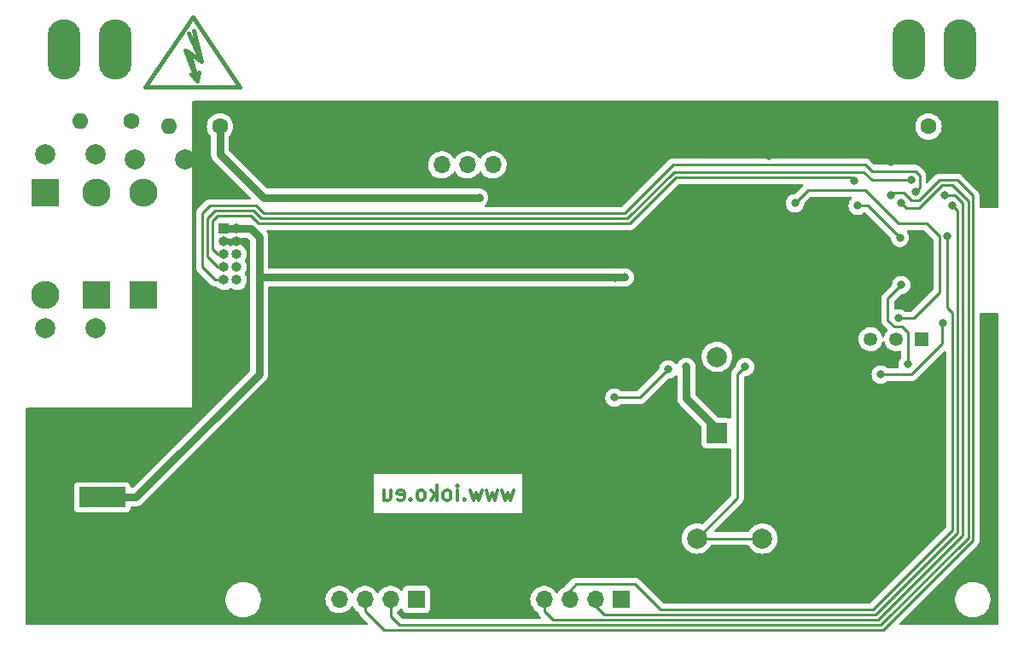
<source format=gbr>
%TF.GenerationSoftware,KiCad,Pcbnew,6.0.4-6f826c9f35~116~ubuntu20.04.1*%
%TF.CreationDate,2022-04-27T17:59:11+03:00*%
%TF.ProjectId,iot_geiger,696f745f-6765-4696-9765-722e6b696361,rev?*%
%TF.SameCoordinates,Original*%
%TF.FileFunction,Copper,L2,Bot*%
%TF.FilePolarity,Positive*%
%FSLAX46Y46*%
G04 Gerber Fmt 4.6, Leading zero omitted, Abs format (unit mm)*
G04 Created by KiCad (PCBNEW 6.0.4-6f826c9f35~116~ubuntu20.04.1) date 2022-04-27 17:59:11*
%MOMM*%
%LPD*%
G01*
G04 APERTURE LIST*
%ADD10C,0.300000*%
%TA.AperFunction,NonConductor*%
%ADD11C,0.300000*%
%TD*%
%TA.AperFunction,EtchedComponent*%
%ADD12C,0.381000*%
%TD*%
%TA.AperFunction,ComponentPad*%
%ADD13C,2.000000*%
%TD*%
%TA.AperFunction,ComponentPad*%
%ADD14C,1.600000*%
%TD*%
%TA.AperFunction,ComponentPad*%
%ADD15R,1.700000X1.700000*%
%TD*%
%TA.AperFunction,ComponentPad*%
%ADD16O,1.700000X1.700000*%
%TD*%
%TA.AperFunction,ComponentPad*%
%ADD17R,2.000000X2.000000*%
%TD*%
%TA.AperFunction,ComponentPad*%
%ADD18O,1.600000X1.600000*%
%TD*%
%TA.AperFunction,ComponentPad*%
%ADD19R,2.800000X2.800000*%
%TD*%
%TA.AperFunction,ComponentPad*%
%ADD20O,2.800000X2.800000*%
%TD*%
%TA.AperFunction,ComponentPad*%
%ADD21R,4.600000X2.000000*%
%TD*%
%TA.AperFunction,ComponentPad*%
%ADD22O,4.200000X2.000000*%
%TD*%
%TA.AperFunction,ComponentPad*%
%ADD23O,2.000000X4.200000*%
%TD*%
%TA.AperFunction,ComponentPad*%
%ADD24R,1.350000X1.350000*%
%TD*%
%TA.AperFunction,ComponentPad*%
%ADD25C,1.350000*%
%TD*%
%TA.AperFunction,ComponentPad*%
%ADD26O,3.250000X6.000000*%
%TD*%
%TA.AperFunction,ComponentPad*%
%ADD27R,1.000000X1.000000*%
%TD*%
%TA.AperFunction,ComponentPad*%
%ADD28O,1.000000X1.000000*%
%TD*%
%TA.AperFunction,ViaPad*%
%ADD29C,0.800000*%
%TD*%
%TA.AperFunction,Conductor*%
%ADD30C,0.250000*%
%TD*%
%TA.AperFunction,Conductor*%
%ADD31C,0.762000*%
%TD*%
%TA.AperFunction,Conductor*%
%ADD32C,0.254000*%
%TD*%
G04 APERTURE END LIST*
D10*
D11*
X165250000Y-88197571D02*
X164964285Y-89197571D01*
X164678571Y-88483285D01*
X164392857Y-89197571D01*
X164107142Y-88197571D01*
X163678571Y-88197571D02*
X163392857Y-89197571D01*
X163107142Y-88483285D01*
X162821428Y-89197571D01*
X162535714Y-88197571D01*
X162107142Y-88197571D02*
X161821428Y-89197571D01*
X161535714Y-88483285D01*
X161250000Y-89197571D01*
X160964285Y-88197571D01*
X160392857Y-89054714D02*
X160321428Y-89126142D01*
X160392857Y-89197571D01*
X160464285Y-89126142D01*
X160392857Y-89054714D01*
X160392857Y-89197571D01*
X159678571Y-89197571D02*
X159678571Y-88197571D01*
X159678571Y-87697571D02*
X159750000Y-87769000D01*
X159678571Y-87840428D01*
X159607142Y-87769000D01*
X159678571Y-87697571D01*
X159678571Y-87840428D01*
X158750000Y-89197571D02*
X158892857Y-89126142D01*
X158964285Y-89054714D01*
X159035714Y-88911857D01*
X159035714Y-88483285D01*
X158964285Y-88340428D01*
X158892857Y-88269000D01*
X158750000Y-88197571D01*
X158535714Y-88197571D01*
X158392857Y-88269000D01*
X158321428Y-88340428D01*
X158250000Y-88483285D01*
X158250000Y-88911857D01*
X158321428Y-89054714D01*
X158392857Y-89126142D01*
X158535714Y-89197571D01*
X158750000Y-89197571D01*
X157607142Y-89197571D02*
X157607142Y-87697571D01*
X157464285Y-88626142D02*
X157035714Y-89197571D01*
X157035714Y-88197571D02*
X157607142Y-88769000D01*
X156178571Y-89197571D02*
X156321428Y-89126142D01*
X156392857Y-89054714D01*
X156464285Y-88911857D01*
X156464285Y-88483285D01*
X156392857Y-88340428D01*
X156321428Y-88269000D01*
X156178571Y-88197571D01*
X155964285Y-88197571D01*
X155821428Y-88269000D01*
X155750000Y-88340428D01*
X155678571Y-88483285D01*
X155678571Y-88911857D01*
X155750000Y-89054714D01*
X155821428Y-89126142D01*
X155964285Y-89197571D01*
X156178571Y-89197571D01*
X155035714Y-89054714D02*
X154964285Y-89126142D01*
X155035714Y-89197571D01*
X155107142Y-89126142D01*
X155035714Y-89054714D01*
X155035714Y-89197571D01*
X153750000Y-89126142D02*
X153892857Y-89197571D01*
X154178571Y-89197571D01*
X154321428Y-89126142D01*
X154392857Y-88983285D01*
X154392857Y-88411857D01*
X154321428Y-88269000D01*
X154178571Y-88197571D01*
X153892857Y-88197571D01*
X153750000Y-88269000D01*
X153678571Y-88411857D01*
X153678571Y-88554714D01*
X154392857Y-88697571D01*
X152392857Y-88197571D02*
X152392857Y-89197571D01*
X153035714Y-88197571D02*
X153035714Y-88983285D01*
X152964285Y-89126142D01*
X152821428Y-89197571D01*
X152607142Y-89197571D01*
X152464285Y-89126142D01*
X152392857Y-89054714D01*
D12*
X132684520Y-44479210D02*
X133283960Y-44877990D01*
X133883400Y-47578010D02*
X133985000Y-46678850D01*
X133085840Y-44778930D02*
X133883400Y-47578010D01*
X133484620Y-42579290D02*
X134284720Y-45579030D01*
X133883400Y-47578010D02*
X133283960Y-46879510D01*
X134284720Y-45579030D02*
X132984240Y-42777410D01*
X138084560Y-48172370D02*
X133385560Y-41187370D01*
X128686560Y-48172370D02*
X138084560Y-48172370D01*
X134284720Y-45579030D02*
X133085840Y-44778930D01*
X133883400Y-47578010D02*
X132684520Y-44479210D01*
X133385560Y-41187370D02*
X128686560Y-48172370D01*
D13*
X132675000Y-55372000D03*
X127675000Y-55372000D03*
D14*
X211415000Y-52070000D03*
X206415000Y-52070000D03*
D15*
X155585000Y-55880000D03*
D16*
X158125000Y-55880000D03*
X160665000Y-55880000D03*
X163205000Y-55880000D03*
D13*
X118785000Y-54864000D03*
X123785000Y-54864000D03*
X123785000Y-72136000D03*
X118785000Y-72136000D03*
X189940000Y-93000000D03*
X183440000Y-93000000D03*
X189940000Y-97500000D03*
X183440000Y-97500000D03*
D17*
X185420000Y-82540000D03*
D13*
X185420000Y-74940000D03*
D14*
X127362000Y-51562000D03*
D18*
X122282000Y-51562000D03*
D19*
X123825000Y-68834000D03*
D20*
X123825000Y-58674000D03*
D14*
X136125000Y-52070000D03*
D18*
X131045000Y-52070000D03*
D21*
X124445000Y-88900000D03*
D22*
X124445000Y-95200000D03*
D23*
X129245000Y-91800000D03*
D19*
X118745000Y-58674000D03*
D20*
X118745000Y-68834000D03*
D15*
X175895000Y-99060000D03*
D16*
X173355000Y-99060000D03*
X170815000Y-99060000D03*
X168275000Y-99060000D03*
X165735000Y-99060000D03*
D19*
X128524000Y-68834000D03*
D20*
X128524000Y-58674000D03*
D24*
X205740000Y-73195000D03*
D25*
X203200000Y-73195000D03*
X200660000Y-73195000D03*
X198120000Y-73195000D03*
D26*
X120650000Y-44450000D03*
X125730000Y-44450000D03*
X204470000Y-44450000D03*
X209550000Y-44450000D03*
D15*
X155575000Y-99060000D03*
D16*
X153035000Y-99060000D03*
X150495000Y-99060000D03*
X147955000Y-99060000D03*
X145415000Y-99060000D03*
D27*
X136515000Y-62230000D03*
D28*
X137785000Y-62230000D03*
X136515000Y-63500000D03*
X137785000Y-63500000D03*
X136515000Y-64770000D03*
X137785000Y-64770000D03*
X136515000Y-66040000D03*
X137785000Y-66040000D03*
X136515000Y-67310000D03*
X137785000Y-67310000D03*
D29*
X207518000Y-75946000D03*
X212344000Y-59436000D03*
X176276000Y-67056000D03*
X175347600Y-67070000D03*
X178435000Y-70637400D03*
X193167000Y-59690000D03*
X199059800Y-57480200D03*
X199390000Y-59944000D03*
X207810000Y-71590000D03*
X201676000Y-76708000D03*
X182372000Y-75946000D03*
X204343000Y-75692000D03*
X203708000Y-67818000D03*
X208026000Y-50038000D03*
X166370000Y-85090000D03*
X204724000Y-50038000D03*
X156210000Y-85090000D03*
X204470000Y-85090000D03*
X179070000Y-93980000D03*
X201930000Y-50800000D03*
X146050000Y-85090000D03*
X119380000Y-81280000D03*
X166370000Y-74930000D03*
X168910000Y-64770000D03*
X119380000Y-100330000D03*
X205994000Y-67310000D03*
X173990000Y-64770000D03*
X156210000Y-64770000D03*
X162560000Y-99060000D03*
X202692000Y-55626000D03*
X201930000Y-53340000D03*
X134620000Y-69850000D03*
X173990000Y-69850000D03*
X140970000Y-79248000D03*
X190549700Y-55017500D03*
X146050000Y-54610000D03*
X194310000Y-85090000D03*
X134620000Y-76708000D03*
X163830000Y-93980000D03*
X175514000Y-58674000D03*
X205994000Y-63500000D03*
X146050000Y-64770000D03*
X194310000Y-54610000D03*
X153670000Y-93980000D03*
X185420000Y-54864000D03*
X199390000Y-67310000D03*
X146050000Y-74930000D03*
X212090000Y-85090000D03*
X196088000Y-62992000D03*
X173990000Y-54610000D03*
X156210000Y-74930000D03*
X199390000Y-63246000D03*
X212344000Y-71628000D03*
X151130000Y-54610000D03*
X188722000Y-85090000D03*
X188214000Y-75946000D03*
X203708000Y-59690000D03*
X202692000Y-58928000D03*
X205105000Y-58547000D03*
X204724000Y-57404000D03*
X208026000Y-58928000D03*
X208280000Y-62992000D03*
X208788000Y-59944000D03*
X161839511Y-59140489D03*
X203581000Y-63119000D03*
X180594000Y-76200000D03*
X175260000Y-78994000D03*
X203454000Y-71120000D03*
D30*
X198729600Y-57150000D02*
X199059800Y-57480200D01*
X204724000Y-76708000D02*
X201676000Y-76708000D01*
X204724000Y-76708000D02*
X207772000Y-73660000D01*
X207772000Y-73660000D02*
X207772000Y-71628000D01*
D31*
X182372000Y-79044800D02*
X182372000Y-75946000D01*
X185420000Y-82092800D02*
X182372000Y-79044800D01*
X185420000Y-82540000D02*
X185420000Y-82092800D01*
D30*
X202382720Y-71318720D02*
X202382720Y-69143280D01*
X204343000Y-75692000D02*
X204343000Y-72517000D01*
X203782476Y-71956476D02*
X203020476Y-71956476D01*
X204343000Y-72517000D02*
X203782476Y-71956476D01*
X202382720Y-69143280D02*
X203708000Y-67818000D01*
X203020476Y-71956476D02*
X202382720Y-71318720D01*
D31*
X124445000Y-95200000D02*
X135584400Y-95200000D01*
X134315200Y-91389200D02*
X133904400Y-91800000D01*
X136093200Y-94691200D02*
X136093200Y-92506800D01*
X134975600Y-91389200D02*
X134315200Y-91389200D01*
X136093200Y-92506800D02*
X134975600Y-91389200D01*
X135584400Y-95200000D02*
X136093200Y-94691200D01*
X133904400Y-91800000D02*
X129245000Y-91800000D01*
D32*
X187452000Y-88988000D02*
X183440000Y-93000000D01*
X187452000Y-76708000D02*
X187452000Y-88988000D01*
D30*
X183440000Y-93000000D02*
X189940000Y-93000000D01*
D32*
X188214000Y-75946000D02*
X187452000Y-76708000D01*
X201676000Y-101600000D02*
X153924000Y-101600000D01*
X207772000Y-57912000D02*
X208788000Y-57912000D01*
X205486000Y-60198000D02*
X207772000Y-57912000D01*
X210363280Y-92912720D02*
X201676000Y-101600000D01*
X153035000Y-100711000D02*
X153035000Y-99060000D01*
X203708000Y-59690000D02*
X204216000Y-60198000D01*
X153924000Y-101600000D02*
X153035000Y-100711000D01*
X210363280Y-59487280D02*
X210363280Y-92912720D01*
X204216000Y-60198000D02*
X205486000Y-60198000D01*
X208788000Y-57912000D02*
X210363280Y-59487280D01*
X202946000Y-58674000D02*
X203962000Y-58674000D01*
X210820000Y-58928000D02*
X210820000Y-93218000D01*
X204724000Y-59436000D02*
X205486000Y-59436000D01*
X205486000Y-59436000D02*
X207518000Y-57404000D01*
X150495000Y-100203000D02*
X150495000Y-99060000D01*
X202692000Y-58928000D02*
X202946000Y-58674000D01*
X203962000Y-58674000D02*
X204724000Y-59436000D01*
X209296000Y-57404000D02*
X210820000Y-58928000D01*
X201930000Y-102108000D02*
X152400000Y-102108000D01*
X152400000Y-102108000D02*
X150495000Y-100203000D01*
X207518000Y-57404000D02*
X209296000Y-57404000D01*
X210820000Y-93218000D02*
X201930000Y-102108000D01*
D30*
X205105000Y-56515000D02*
X205536800Y-56946800D01*
X176276000Y-60706000D02*
X181102000Y-55880000D01*
X134366000Y-66040000D02*
X134366000Y-60706000D01*
X200152000Y-55880000D02*
X200787000Y-56515000D01*
X140462000Y-60706000D02*
X176276000Y-60706000D01*
X135128000Y-59944000D02*
X139700000Y-59944000D01*
X205536800Y-58115200D02*
X205105000Y-58547000D01*
X205536800Y-56946800D02*
X205536800Y-58115200D01*
X181102000Y-55880000D02*
X200152000Y-55880000D01*
X200787000Y-56515000D02*
X205105000Y-56515000D01*
X134366000Y-60706000D02*
X135128000Y-59944000D01*
X136515000Y-67310000D02*
X135636000Y-67310000D01*
X139700000Y-59944000D02*
X140462000Y-60706000D01*
X135636000Y-67310000D02*
X134366000Y-66040000D01*
X135890000Y-66040000D02*
X134874000Y-65024000D01*
X134874000Y-61214000D02*
X135636000Y-60452000D01*
X200807422Y-57404000D02*
X204724000Y-57404000D01*
X134874000Y-65024000D02*
X134874000Y-61214000D01*
X199971711Y-56568289D02*
X200807422Y-57404000D01*
X135636000Y-60452000D02*
X139446000Y-60452000D01*
X181175711Y-56568289D02*
X199971711Y-56568289D01*
X176530000Y-61214000D02*
X181175711Y-56568289D01*
X140208000Y-61214000D02*
X176530000Y-61214000D01*
X139446000Y-60452000D02*
X140208000Y-61214000D01*
X136515000Y-66040000D02*
X135890000Y-66040000D01*
D32*
X168275000Y-100203000D02*
X169164000Y-101092000D01*
X201422000Y-101092000D02*
X209804000Y-92710000D01*
X209804000Y-92710000D02*
X209804000Y-59690000D01*
X168275000Y-99060000D02*
X168275000Y-100203000D01*
X208026000Y-58928000D02*
X209042000Y-58928000D01*
X169164000Y-101092000D02*
X201422000Y-101092000D01*
X209042000Y-58928000D02*
X209804000Y-59690000D01*
X170815000Y-99060000D02*
X170815000Y-98171000D01*
X208280000Y-70104000D02*
X208788000Y-70612000D01*
X177292000Y-97536000D02*
X179832000Y-100076000D01*
X208280000Y-62992000D02*
X208280000Y-70104000D01*
X170815000Y-98171000D02*
X171450000Y-97536000D01*
X200914000Y-100076000D02*
X208788000Y-92202000D01*
X208788000Y-92202000D02*
X208788000Y-70612000D01*
X179832000Y-100076000D02*
X200914000Y-100076000D01*
X171450000Y-97536000D02*
X177292000Y-97536000D01*
X209296000Y-92456000D02*
X209296000Y-60452000D01*
X173355000Y-99060000D02*
X173355000Y-99695000D01*
X209296000Y-60452000D02*
X208788000Y-59944000D01*
X173355000Y-99695000D02*
X174244000Y-100584000D01*
X201168000Y-100584000D02*
X209296000Y-92456000D01*
X174244000Y-100584000D02*
X201168000Y-100584000D01*
D31*
X136125000Y-52070000D02*
X136125000Y-54845000D01*
X140420489Y-59140489D02*
X161839511Y-59140489D01*
X136125000Y-54845000D02*
X140420489Y-59140489D01*
D30*
X200406000Y-59944000D02*
X203581000Y-63119000D01*
X199390000Y-59944000D02*
X200406000Y-59944000D01*
D31*
X140004800Y-63042800D02*
X139192000Y-62230000D01*
X140004800Y-76657200D02*
X140004800Y-67056000D01*
X124445000Y-88900000D02*
X127762000Y-88900000D01*
X142240000Y-67056000D02*
X140004800Y-67056000D01*
X127762000Y-88900000D02*
X140004800Y-76657200D01*
X139192000Y-62230000D02*
X136515000Y-62230000D01*
X142240000Y-67056000D02*
X175158400Y-67056000D01*
X140004800Y-67056000D02*
X140004800Y-63042800D01*
X175158400Y-67056000D02*
X176276000Y-67056000D01*
D30*
X135382000Y-61468000D02*
X135890000Y-60960000D01*
X176784000Y-61722000D02*
X181356000Y-57150000D01*
X135890000Y-60960000D02*
X139192000Y-60960000D01*
X181356000Y-57150000D02*
X198729600Y-57150000D01*
X135890000Y-64770000D02*
X135382000Y-64262000D01*
X139954000Y-61722000D02*
X176784000Y-61722000D01*
X136515000Y-64770000D02*
X135890000Y-64770000D01*
X135382000Y-64262000D02*
X135382000Y-61468000D01*
X139192000Y-60960000D02*
X139954000Y-61722000D01*
X175260000Y-78994000D02*
X177800000Y-78994000D01*
X177800000Y-78994000D02*
X180594000Y-76200000D01*
X194437000Y-58420000D02*
X200152000Y-58420000D01*
X207518000Y-62992000D02*
X207518000Y-68580000D01*
D32*
X204978000Y-71120000D02*
X207518000Y-68580000D01*
D30*
X200152000Y-58420000D02*
X203454000Y-61722000D01*
X203454000Y-61722000D02*
X206248000Y-61722000D01*
X193167000Y-59690000D02*
X194437000Y-58420000D01*
X206248000Y-61722000D02*
X207518000Y-62992000D01*
D32*
X203454000Y-71120000D02*
X204978000Y-71120000D01*
%TA.AperFunction,Conductor*%
G36*
X213302121Y-49550002D02*
G01*
X213348614Y-49603658D01*
X213360000Y-49656000D01*
X213360000Y-60072000D01*
X213339998Y-60140121D01*
X213286342Y-60186614D01*
X213234000Y-60198000D01*
X211581500Y-60198000D01*
X211513379Y-60177998D01*
X211466886Y-60124342D01*
X211455500Y-60072000D01*
X211455500Y-59007020D01*
X211456029Y-58995791D01*
X211457708Y-58988281D01*
X211457228Y-58972990D01*
X211455562Y-58920002D01*
X211455500Y-58916044D01*
X211455500Y-58888017D01*
X211454988Y-58883963D01*
X211454057Y-58872136D01*
X211453887Y-58866704D01*
X211452664Y-58827795D01*
X211446987Y-58808253D01*
X211442978Y-58788894D01*
X211441680Y-58778621D01*
X211440427Y-58768701D01*
X211437511Y-58761337D01*
X211437510Y-58761332D01*
X211424088Y-58727435D01*
X211420249Y-58716224D01*
X211407868Y-58673607D01*
X211397511Y-58656093D01*
X211388815Y-58638343D01*
X211384239Y-58626785D01*
X211384236Y-58626780D01*
X211381319Y-58619412D01*
X211355233Y-58583507D01*
X211348716Y-58573585D01*
X211330172Y-58542228D01*
X211330170Y-58542225D01*
X211326134Y-58535401D01*
X211311747Y-58521014D01*
X211298906Y-58505980D01*
X211291602Y-58495927D01*
X211286942Y-58489513D01*
X211252750Y-58461227D01*
X211243971Y-58453238D01*
X209801250Y-57010517D01*
X209793674Y-57002191D01*
X209789553Y-56995697D01*
X209739734Y-56948914D01*
X209736893Y-56946160D01*
X209717094Y-56926361D01*
X209713969Y-56923937D01*
X209713960Y-56923929D01*
X209713874Y-56923863D01*
X209704849Y-56916155D01*
X209699252Y-56910899D01*
X209672506Y-56885783D01*
X209654669Y-56875977D01*
X209638153Y-56865127D01*
X209622067Y-56852650D01*
X209581334Y-56835024D01*
X209570686Y-56829807D01*
X209545809Y-56816131D01*
X209531803Y-56808431D01*
X209524128Y-56806460D01*
X209524122Y-56806458D01*
X209512089Y-56803369D01*
X209493387Y-56796966D01*
X209474708Y-56788883D01*
X209434913Y-56782580D01*
X209430873Y-56781940D01*
X209419260Y-56779535D01*
X209376282Y-56768500D01*
X209355935Y-56768500D01*
X209336224Y-56766949D01*
X209323950Y-56765005D01*
X209316121Y-56763765D01*
X209308229Y-56764511D01*
X209271944Y-56767941D01*
X209260086Y-56768500D01*
X207597032Y-56768500D01*
X207585793Y-56767970D01*
X207578281Y-56766291D01*
X207570356Y-56766540D01*
X207570355Y-56766540D01*
X207509970Y-56768438D01*
X207506012Y-56768500D01*
X207478017Y-56768500D01*
X207474083Y-56768997D01*
X207474081Y-56768997D01*
X207473994Y-56769008D01*
X207462160Y-56769940D01*
X207417795Y-56771335D01*
X207410182Y-56773547D01*
X207410181Y-56773547D01*
X207398252Y-56777013D01*
X207378888Y-56781023D01*
X207366560Y-56782580D01*
X207366558Y-56782580D01*
X207358701Y-56783573D01*
X207351337Y-56786489D01*
X207351332Y-56786490D01*
X207317444Y-56799907D01*
X207306215Y-56803752D01*
X207291229Y-56808106D01*
X207263607Y-56816131D01*
X207256780Y-56820169D01*
X207256777Y-56820170D01*
X207246094Y-56826488D01*
X207228336Y-56835188D01*
X207216785Y-56839761D01*
X207216779Y-56839765D01*
X207209412Y-56842681D01*
X207203001Y-56847339D01*
X207202999Y-56847340D01*
X207173512Y-56868764D01*
X207163590Y-56875281D01*
X207132232Y-56893826D01*
X207132228Y-56893829D01*
X207125402Y-56897866D01*
X207111018Y-56912250D01*
X207095984Y-56925091D01*
X207079513Y-56937058D01*
X207074460Y-56943166D01*
X207051223Y-56971255D01*
X207043233Y-56980035D01*
X206385395Y-57637873D01*
X206323083Y-57671899D01*
X206252268Y-57666834D01*
X206195432Y-57624287D01*
X206170621Y-57557767D01*
X206170300Y-57548778D01*
X206170300Y-57025563D01*
X206170827Y-57014379D01*
X206172501Y-57006891D01*
X206170362Y-56938832D01*
X206170300Y-56934875D01*
X206170300Y-56906944D01*
X206169794Y-56902938D01*
X206168861Y-56891092D01*
X206167798Y-56857240D01*
X206167473Y-56846910D01*
X206161822Y-56827458D01*
X206157814Y-56808106D01*
X206156268Y-56795868D01*
X206156267Y-56795866D01*
X206155274Y-56788003D01*
X206138994Y-56746886D01*
X206135159Y-56735685D01*
X206122818Y-56693206D01*
X206118785Y-56686387D01*
X206118783Y-56686382D01*
X206112507Y-56675771D01*
X206103810Y-56658021D01*
X206096352Y-56639183D01*
X206070371Y-56603423D01*
X206063853Y-56593501D01*
X206045378Y-56562260D01*
X206045374Y-56562255D01*
X206041342Y-56555437D01*
X206027018Y-56541113D01*
X206014176Y-56526078D01*
X206002272Y-56509693D01*
X205968206Y-56481511D01*
X205959427Y-56473522D01*
X205608652Y-56122747D01*
X205601112Y-56114461D01*
X205597000Y-56107982D01*
X205547348Y-56061356D01*
X205544507Y-56058602D01*
X205524770Y-56038865D01*
X205521573Y-56036385D01*
X205512551Y-56028680D01*
X205486100Y-56003841D01*
X205480321Y-55998414D01*
X205473375Y-55994595D01*
X205473372Y-55994593D01*
X205462566Y-55988652D01*
X205446047Y-55977801D01*
X205445583Y-55977441D01*
X205430041Y-55965386D01*
X205422772Y-55962241D01*
X205422768Y-55962238D01*
X205389463Y-55947826D01*
X205378813Y-55942609D01*
X205340060Y-55921305D01*
X205320437Y-55916267D01*
X205301734Y-55909863D01*
X205290420Y-55904967D01*
X205290419Y-55904967D01*
X205283145Y-55901819D01*
X205275322Y-55900580D01*
X205275312Y-55900577D01*
X205239476Y-55894901D01*
X205227856Y-55892495D01*
X205192711Y-55883472D01*
X205192710Y-55883472D01*
X205185030Y-55881500D01*
X205164776Y-55881500D01*
X205145065Y-55879949D01*
X205132886Y-55878020D01*
X205125057Y-55876780D01*
X205117165Y-55877526D01*
X205081039Y-55880941D01*
X205069181Y-55881500D01*
X201101595Y-55881500D01*
X201033474Y-55861498D01*
X201012499Y-55844595D01*
X200655647Y-55487742D01*
X200648113Y-55479463D01*
X200644000Y-55472982D01*
X200594348Y-55426356D01*
X200591507Y-55423602D01*
X200571770Y-55403865D01*
X200568573Y-55401385D01*
X200559551Y-55393680D01*
X200527321Y-55363414D01*
X200520375Y-55359595D01*
X200520372Y-55359593D01*
X200509566Y-55353652D01*
X200493047Y-55342801D01*
X200492583Y-55342441D01*
X200477041Y-55330386D01*
X200469772Y-55327241D01*
X200469768Y-55327238D01*
X200436463Y-55312826D01*
X200425813Y-55307609D01*
X200387060Y-55286305D01*
X200367437Y-55281267D01*
X200348734Y-55274863D01*
X200337420Y-55269967D01*
X200337419Y-55269967D01*
X200330145Y-55266819D01*
X200322322Y-55265580D01*
X200322312Y-55265577D01*
X200286476Y-55259901D01*
X200274856Y-55257495D01*
X200239711Y-55248472D01*
X200239710Y-55248472D01*
X200232030Y-55246500D01*
X200211776Y-55246500D01*
X200192065Y-55244949D01*
X200179886Y-55243020D01*
X200172057Y-55241780D01*
X200142786Y-55244547D01*
X200128039Y-55245941D01*
X200116181Y-55246500D01*
X181180768Y-55246500D01*
X181169585Y-55245973D01*
X181162092Y-55244298D01*
X181154166Y-55244547D01*
X181154165Y-55244547D01*
X181094002Y-55246438D01*
X181090044Y-55246500D01*
X181062144Y-55246500D01*
X181058154Y-55247004D01*
X181046320Y-55247936D01*
X181002111Y-55249326D01*
X180994495Y-55251539D01*
X180994493Y-55251539D01*
X180982652Y-55254979D01*
X180963293Y-55258988D01*
X180961983Y-55259154D01*
X180943203Y-55261526D01*
X180935837Y-55264442D01*
X180935831Y-55264444D01*
X180902098Y-55277800D01*
X180890868Y-55281645D01*
X180874828Y-55286305D01*
X180848407Y-55293981D01*
X180841584Y-55298016D01*
X180830966Y-55304295D01*
X180813213Y-55312992D01*
X180805568Y-55316019D01*
X180794383Y-55320448D01*
X180780705Y-55330386D01*
X180758612Y-55346437D01*
X180748695Y-55352951D01*
X180710638Y-55375458D01*
X180696317Y-55389779D01*
X180681284Y-55402619D01*
X180664893Y-55414528D01*
X180641057Y-55443341D01*
X180636702Y-55448605D01*
X180628712Y-55457384D01*
X176050500Y-60035595D01*
X175988188Y-60069621D01*
X175961405Y-60072500D01*
X162490128Y-60072500D01*
X162422007Y-60052498D01*
X162375514Y-59998842D01*
X162365410Y-59928568D01*
X162394904Y-59863988D01*
X162416067Y-59844564D01*
X162427166Y-59836500D01*
X162450764Y-59819355D01*
X162544512Y-59715237D01*
X162574132Y-59682341D01*
X162574133Y-59682340D01*
X162578551Y-59677433D01*
X162674038Y-59512045D01*
X162733053Y-59330417D01*
X162733965Y-59321745D01*
X162752325Y-59147054D01*
X162753015Y-59140489D01*
X162746154Y-59075206D01*
X162733743Y-58957124D01*
X162733743Y-58957122D01*
X162733053Y-58950561D01*
X162674038Y-58768933D01*
X162659987Y-58744595D01*
X162619001Y-58673607D01*
X162578551Y-58603545D01*
X162481652Y-58495927D01*
X162455186Y-58466534D01*
X162455185Y-58466533D01*
X162450764Y-58461623D01*
X162296263Y-58349371D01*
X162290235Y-58346687D01*
X162290233Y-58346686D01*
X162127830Y-58274380D01*
X162127829Y-58274380D01*
X162121799Y-58271695D01*
X162028399Y-58251842D01*
X161941455Y-58233361D01*
X161941450Y-58233361D01*
X161934998Y-58231989D01*
X161744024Y-58231989D01*
X161737572Y-58233361D01*
X161737567Y-58233361D01*
X161667589Y-58248236D01*
X161641392Y-58250989D01*
X140841122Y-58250989D01*
X140773001Y-58230987D01*
X140752027Y-58214084D01*
X138384638Y-55846695D01*
X156762251Y-55846695D01*
X156762548Y-55851848D01*
X156762548Y-55851851D01*
X156770999Y-55998414D01*
X156775110Y-56069715D01*
X156776247Y-56074761D01*
X156776248Y-56074767D01*
X156779270Y-56088176D01*
X156824222Y-56287639D01*
X156862461Y-56381811D01*
X156901409Y-56477728D01*
X156908266Y-56494616D01*
X156945537Y-56555437D01*
X157022291Y-56680688D01*
X157024987Y-56685088D01*
X157171250Y-56853938D01*
X157343126Y-56996632D01*
X157536000Y-57109338D01*
X157744692Y-57189030D01*
X157749760Y-57190061D01*
X157749763Y-57190062D01*
X157857017Y-57211883D01*
X157963597Y-57233567D01*
X157968772Y-57233757D01*
X157968774Y-57233757D01*
X158181673Y-57241564D01*
X158181677Y-57241564D01*
X158186837Y-57241753D01*
X158191957Y-57241097D01*
X158191959Y-57241097D01*
X158403288Y-57214025D01*
X158403289Y-57214025D01*
X158408416Y-57213368D01*
X158413366Y-57211883D01*
X158617429Y-57150661D01*
X158617434Y-57150659D01*
X158622384Y-57149174D01*
X158822994Y-57050896D01*
X159004860Y-56921173D01*
X159029081Y-56897037D01*
X159118323Y-56808106D01*
X159163096Y-56763489D01*
X159183090Y-56735665D01*
X159293453Y-56582077D01*
X159294776Y-56583028D01*
X159341645Y-56539857D01*
X159411580Y-56527625D01*
X159477026Y-56555144D01*
X159504875Y-56586994D01*
X159564987Y-56685088D01*
X159711250Y-56853938D01*
X159883126Y-56996632D01*
X160076000Y-57109338D01*
X160284692Y-57189030D01*
X160289760Y-57190061D01*
X160289763Y-57190062D01*
X160397017Y-57211883D01*
X160503597Y-57233567D01*
X160508772Y-57233757D01*
X160508774Y-57233757D01*
X160721673Y-57241564D01*
X160721677Y-57241564D01*
X160726837Y-57241753D01*
X160731957Y-57241097D01*
X160731959Y-57241097D01*
X160943288Y-57214025D01*
X160943289Y-57214025D01*
X160948416Y-57213368D01*
X160953366Y-57211883D01*
X161157429Y-57150661D01*
X161157434Y-57150659D01*
X161162384Y-57149174D01*
X161362994Y-57050896D01*
X161544860Y-56921173D01*
X161569081Y-56897037D01*
X161658323Y-56808106D01*
X161703096Y-56763489D01*
X161723090Y-56735665D01*
X161833453Y-56582077D01*
X161834776Y-56583028D01*
X161881645Y-56539857D01*
X161951580Y-56527625D01*
X162017026Y-56555144D01*
X162044875Y-56586994D01*
X162104987Y-56685088D01*
X162251250Y-56853938D01*
X162423126Y-56996632D01*
X162616000Y-57109338D01*
X162824692Y-57189030D01*
X162829760Y-57190061D01*
X162829763Y-57190062D01*
X162937017Y-57211883D01*
X163043597Y-57233567D01*
X163048772Y-57233757D01*
X163048774Y-57233757D01*
X163261673Y-57241564D01*
X163261677Y-57241564D01*
X163266837Y-57241753D01*
X163271957Y-57241097D01*
X163271959Y-57241097D01*
X163483288Y-57214025D01*
X163483289Y-57214025D01*
X163488416Y-57213368D01*
X163493366Y-57211883D01*
X163697429Y-57150661D01*
X163697434Y-57150659D01*
X163702384Y-57149174D01*
X163902994Y-57050896D01*
X164084860Y-56921173D01*
X164109081Y-56897037D01*
X164198323Y-56808106D01*
X164243096Y-56763489D01*
X164263090Y-56735665D01*
X164370435Y-56586277D01*
X164373453Y-56582077D01*
X164394320Y-56539857D01*
X164470136Y-56386453D01*
X164470137Y-56386451D01*
X164472430Y-56381811D01*
X164537370Y-56168069D01*
X164566529Y-55946590D01*
X164566611Y-55943240D01*
X164568074Y-55883365D01*
X164568074Y-55883361D01*
X164568156Y-55880000D01*
X164549852Y-55657361D01*
X164495431Y-55440702D01*
X164406354Y-55235840D01*
X164285014Y-55048277D01*
X164134670Y-54883051D01*
X164130619Y-54879852D01*
X164130615Y-54879848D01*
X163963414Y-54747800D01*
X163963410Y-54747798D01*
X163959359Y-54744598D01*
X163763789Y-54636638D01*
X163758920Y-54634914D01*
X163758916Y-54634912D01*
X163558087Y-54563795D01*
X163558083Y-54563794D01*
X163553212Y-54562069D01*
X163548119Y-54561162D01*
X163548116Y-54561161D01*
X163338373Y-54523800D01*
X163338367Y-54523799D01*
X163333284Y-54522894D01*
X163259452Y-54521992D01*
X163115081Y-54520228D01*
X163115079Y-54520228D01*
X163109911Y-54520165D01*
X162889091Y-54553955D01*
X162676756Y-54623357D01*
X162478607Y-54726507D01*
X162474474Y-54729610D01*
X162474471Y-54729612D01*
X162383134Y-54798190D01*
X162299965Y-54860635D01*
X162145629Y-55022138D01*
X162038201Y-55179621D01*
X161983293Y-55224621D01*
X161912768Y-55232792D01*
X161849021Y-55201538D01*
X161828324Y-55177054D01*
X161747822Y-55052617D01*
X161747820Y-55052614D01*
X161745014Y-55048277D01*
X161594670Y-54883051D01*
X161590619Y-54879852D01*
X161590615Y-54879848D01*
X161423414Y-54747800D01*
X161423410Y-54747798D01*
X161419359Y-54744598D01*
X161223789Y-54636638D01*
X161218920Y-54634914D01*
X161218916Y-54634912D01*
X161018087Y-54563795D01*
X161018083Y-54563794D01*
X161013212Y-54562069D01*
X161008119Y-54561162D01*
X161008116Y-54561161D01*
X160798373Y-54523800D01*
X160798367Y-54523799D01*
X160793284Y-54522894D01*
X160719452Y-54521992D01*
X160575081Y-54520228D01*
X160575079Y-54520228D01*
X160569911Y-54520165D01*
X160349091Y-54553955D01*
X160136756Y-54623357D01*
X159938607Y-54726507D01*
X159934474Y-54729610D01*
X159934471Y-54729612D01*
X159843134Y-54798190D01*
X159759965Y-54860635D01*
X159605629Y-55022138D01*
X159498201Y-55179621D01*
X159443293Y-55224621D01*
X159372768Y-55232792D01*
X159309021Y-55201538D01*
X159288324Y-55177054D01*
X159207822Y-55052617D01*
X159207820Y-55052614D01*
X159205014Y-55048277D01*
X159054670Y-54883051D01*
X159050619Y-54879852D01*
X159050615Y-54879848D01*
X158883414Y-54747800D01*
X158883410Y-54747798D01*
X158879359Y-54744598D01*
X158683789Y-54636638D01*
X158678920Y-54634914D01*
X158678916Y-54634912D01*
X158478087Y-54563795D01*
X158478083Y-54563794D01*
X158473212Y-54562069D01*
X158468119Y-54561162D01*
X158468116Y-54561161D01*
X158258373Y-54523800D01*
X158258367Y-54523799D01*
X158253284Y-54522894D01*
X158179452Y-54521992D01*
X158035081Y-54520228D01*
X158035079Y-54520228D01*
X158029911Y-54520165D01*
X157809091Y-54553955D01*
X157596756Y-54623357D01*
X157398607Y-54726507D01*
X157394474Y-54729610D01*
X157394471Y-54729612D01*
X157303134Y-54798190D01*
X157219965Y-54860635D01*
X157065629Y-55022138D01*
X156939743Y-55206680D01*
X156901011Y-55290121D01*
X156854752Y-55389779D01*
X156845688Y-55409305D01*
X156785989Y-55624570D01*
X156762251Y-55846695D01*
X138384638Y-55846695D01*
X137051405Y-54513462D01*
X137017379Y-54451150D01*
X137014500Y-54424367D01*
X137014500Y-53083188D01*
X137034502Y-53015067D01*
X137051405Y-52994093D01*
X137131198Y-52914300D01*
X137262523Y-52726749D01*
X137264846Y-52721767D01*
X137264849Y-52721762D01*
X137356961Y-52524225D01*
X137356961Y-52524224D01*
X137359284Y-52519243D01*
X137418543Y-52298087D01*
X137438498Y-52070000D01*
X205101502Y-52070000D01*
X205121457Y-52298087D01*
X205180716Y-52519243D01*
X205183039Y-52524224D01*
X205183039Y-52524225D01*
X205275151Y-52721762D01*
X205275154Y-52721767D01*
X205277477Y-52726749D01*
X205408802Y-52914300D01*
X205570700Y-53076198D01*
X205575208Y-53079355D01*
X205575211Y-53079357D01*
X205653389Y-53134098D01*
X205758251Y-53207523D01*
X205763233Y-53209846D01*
X205763238Y-53209849D01*
X205960775Y-53301961D01*
X205965757Y-53304284D01*
X205971065Y-53305706D01*
X205971067Y-53305707D01*
X206181598Y-53362119D01*
X206181600Y-53362119D01*
X206186913Y-53363543D01*
X206415000Y-53383498D01*
X206643087Y-53363543D01*
X206648400Y-53362119D01*
X206648402Y-53362119D01*
X206858933Y-53305707D01*
X206858935Y-53305706D01*
X206864243Y-53304284D01*
X206869225Y-53301961D01*
X207066762Y-53209849D01*
X207066767Y-53209846D01*
X207071749Y-53207523D01*
X207176611Y-53134098D01*
X207254789Y-53079357D01*
X207254792Y-53079355D01*
X207259300Y-53076198D01*
X207421198Y-52914300D01*
X207552523Y-52726749D01*
X207554846Y-52721767D01*
X207554849Y-52721762D01*
X207646961Y-52524225D01*
X207646961Y-52524224D01*
X207649284Y-52519243D01*
X207708543Y-52298087D01*
X207728498Y-52070000D01*
X207708543Y-51841913D01*
X207649284Y-51620757D01*
X207646961Y-51615775D01*
X207554849Y-51418238D01*
X207554846Y-51418233D01*
X207552523Y-51413251D01*
X207421198Y-51225700D01*
X207259300Y-51063802D01*
X207254792Y-51060645D01*
X207254789Y-51060643D01*
X207176611Y-51005902D01*
X207071749Y-50932477D01*
X207066767Y-50930154D01*
X207066762Y-50930151D01*
X206869225Y-50838039D01*
X206869224Y-50838039D01*
X206864243Y-50835716D01*
X206858935Y-50834294D01*
X206858933Y-50834293D01*
X206648402Y-50777881D01*
X206648400Y-50777881D01*
X206643087Y-50776457D01*
X206415000Y-50756502D01*
X206186913Y-50776457D01*
X206181600Y-50777881D01*
X206181598Y-50777881D01*
X205971067Y-50834293D01*
X205971065Y-50834294D01*
X205965757Y-50835716D01*
X205960776Y-50838039D01*
X205960775Y-50838039D01*
X205763238Y-50930151D01*
X205763233Y-50930154D01*
X205758251Y-50932477D01*
X205653389Y-51005902D01*
X205575211Y-51060643D01*
X205575208Y-51060645D01*
X205570700Y-51063802D01*
X205408802Y-51225700D01*
X205277477Y-51413251D01*
X205275154Y-51418233D01*
X205275151Y-51418238D01*
X205183039Y-51615775D01*
X205180716Y-51620757D01*
X205121457Y-51841913D01*
X205101502Y-52070000D01*
X137438498Y-52070000D01*
X137418543Y-51841913D01*
X137359284Y-51620757D01*
X137356961Y-51615775D01*
X137264849Y-51418238D01*
X137264846Y-51418233D01*
X137262523Y-51413251D01*
X137131198Y-51225700D01*
X136969300Y-51063802D01*
X136964792Y-51060645D01*
X136964789Y-51060643D01*
X136886611Y-51005902D01*
X136781749Y-50932477D01*
X136776767Y-50930154D01*
X136776762Y-50930151D01*
X136579225Y-50838039D01*
X136579224Y-50838039D01*
X136574243Y-50835716D01*
X136568935Y-50834294D01*
X136568933Y-50834293D01*
X136358402Y-50777881D01*
X136358400Y-50777881D01*
X136353087Y-50776457D01*
X136125000Y-50756502D01*
X135896913Y-50776457D01*
X135891600Y-50777881D01*
X135891598Y-50777881D01*
X135681067Y-50834293D01*
X135681065Y-50834294D01*
X135675757Y-50835716D01*
X135670776Y-50838039D01*
X135670775Y-50838039D01*
X135473238Y-50930151D01*
X135473233Y-50930154D01*
X135468251Y-50932477D01*
X135363389Y-51005902D01*
X135285211Y-51060643D01*
X135285208Y-51060645D01*
X135280700Y-51063802D01*
X135118802Y-51225700D01*
X134987477Y-51413251D01*
X134985154Y-51418233D01*
X134985151Y-51418238D01*
X134893039Y-51615775D01*
X134890716Y-51620757D01*
X134831457Y-51841913D01*
X134811502Y-52070000D01*
X134831457Y-52298087D01*
X134890716Y-52519243D01*
X134893039Y-52524224D01*
X134893039Y-52524225D01*
X134985151Y-52721762D01*
X134985154Y-52721767D01*
X134987477Y-52726749D01*
X135118802Y-52914300D01*
X135198595Y-52994093D01*
X135232621Y-53056405D01*
X135235500Y-53083188D01*
X135235500Y-54765075D01*
X135233949Y-54784785D01*
X135231826Y-54798190D01*
X135232171Y-54804778D01*
X135232171Y-54804782D01*
X135235327Y-54864999D01*
X135235500Y-54871593D01*
X135235500Y-54891620D01*
X135235844Y-54894891D01*
X135235844Y-54894895D01*
X135237593Y-54911539D01*
X135238110Y-54918113D01*
X135241611Y-54984915D01*
X135243320Y-54991292D01*
X135243320Y-54991293D01*
X135245124Y-54998023D01*
X135248728Y-55017470D01*
X135250145Y-55030956D01*
X135252187Y-55037240D01*
X135270818Y-55094582D01*
X135272691Y-55100906D01*
X135290006Y-55165524D01*
X135296167Y-55177616D01*
X135303730Y-55195875D01*
X135307925Y-55208785D01*
X135332609Y-55251539D01*
X135341376Y-55266724D01*
X135344523Y-55272520D01*
X135374893Y-55332125D01*
X135379050Y-55337258D01*
X135383432Y-55342670D01*
X135394625Y-55358955D01*
X135398116Y-55365002D01*
X135398119Y-55365005D01*
X135401415Y-55370715D01*
X135405827Y-55375615D01*
X135405830Y-55375619D01*
X135446175Y-55420425D01*
X135450463Y-55425446D01*
X135463063Y-55441006D01*
X135477210Y-55455153D01*
X135481751Y-55459937D01*
X135526530Y-55509669D01*
X135537518Y-55517652D01*
X135552546Y-55530489D01*
X139117462Y-59095405D01*
X139151488Y-59157717D01*
X139146423Y-59228532D01*
X139103876Y-59285368D01*
X139037356Y-59310179D01*
X139028367Y-59310500D01*
X135206768Y-59310500D01*
X135195585Y-59309973D01*
X135188092Y-59308298D01*
X135180166Y-59308547D01*
X135180165Y-59308547D01*
X135120002Y-59310438D01*
X135116044Y-59310500D01*
X135088144Y-59310500D01*
X135084154Y-59311004D01*
X135072320Y-59311936D01*
X135028111Y-59313326D01*
X135020497Y-59315538D01*
X135020492Y-59315539D01*
X135008659Y-59318977D01*
X134989296Y-59322988D01*
X134969203Y-59325526D01*
X134961836Y-59328443D01*
X134961831Y-59328444D01*
X134928092Y-59341802D01*
X134916865Y-59345646D01*
X134874407Y-59357982D01*
X134867581Y-59362019D01*
X134856972Y-59368293D01*
X134839224Y-59376988D01*
X134820383Y-59384448D01*
X134813967Y-59389110D01*
X134813966Y-59389110D01*
X134784613Y-59410436D01*
X134774693Y-59416952D01*
X134743465Y-59435420D01*
X134743462Y-59435422D01*
X134736638Y-59439458D01*
X134722317Y-59453779D01*
X134707284Y-59466619D01*
X134690893Y-59478528D01*
X134668365Y-59505760D01*
X134662712Y-59512593D01*
X134654722Y-59521374D01*
X133973742Y-60202353D01*
X133965463Y-60209887D01*
X133958982Y-60214000D01*
X133946827Y-60226944D01*
X133912357Y-60263651D01*
X133909602Y-60266493D01*
X133889865Y-60286230D01*
X133887385Y-60289427D01*
X133879682Y-60298447D01*
X133849414Y-60330679D01*
X133845595Y-60337625D01*
X133845593Y-60337628D01*
X133839652Y-60348434D01*
X133828801Y-60364953D01*
X133816386Y-60380959D01*
X133813241Y-60388228D01*
X133813238Y-60388232D01*
X133798826Y-60421537D01*
X133793609Y-60432187D01*
X133772305Y-60470940D01*
X133770334Y-60478615D01*
X133770334Y-60478616D01*
X133767267Y-60490562D01*
X133760863Y-60509266D01*
X133752819Y-60527855D01*
X133751580Y-60535678D01*
X133751577Y-60535688D01*
X133745901Y-60571524D01*
X133743495Y-60583144D01*
X133737549Y-60606303D01*
X133732500Y-60625970D01*
X133732500Y-60646224D01*
X133730949Y-60665934D01*
X133727780Y-60685943D01*
X133731635Y-60726719D01*
X133731941Y-60729961D01*
X133732500Y-60741819D01*
X133732500Y-65961233D01*
X133731973Y-65972416D01*
X133730298Y-65979909D01*
X133730547Y-65987835D01*
X133730547Y-65987836D01*
X133732438Y-66047986D01*
X133732500Y-66051945D01*
X133732500Y-66079856D01*
X133732997Y-66083790D01*
X133732997Y-66083791D01*
X133733005Y-66083856D01*
X133733938Y-66095693D01*
X133735327Y-66139889D01*
X133737937Y-66148872D01*
X133740978Y-66159339D01*
X133744987Y-66178700D01*
X133747526Y-66198797D01*
X133750445Y-66206168D01*
X133750445Y-66206170D01*
X133763804Y-66239912D01*
X133767649Y-66251142D01*
X133779982Y-66293593D01*
X133784015Y-66300412D01*
X133784017Y-66300417D01*
X133790293Y-66311028D01*
X133798988Y-66328776D01*
X133806448Y-66347617D01*
X133811110Y-66354033D01*
X133811110Y-66354034D01*
X133832436Y-66383387D01*
X133838952Y-66393307D01*
X133861458Y-66431362D01*
X133875779Y-66445683D01*
X133888619Y-66460716D01*
X133900528Y-66477107D01*
X133906634Y-66482158D01*
X133934605Y-66505298D01*
X133943384Y-66513288D01*
X135132343Y-67702247D01*
X135139887Y-67710537D01*
X135144000Y-67717018D01*
X135149777Y-67722443D01*
X135193667Y-67763658D01*
X135196509Y-67766413D01*
X135216230Y-67786134D01*
X135219425Y-67788612D01*
X135228447Y-67796318D01*
X135260679Y-67826586D01*
X135267628Y-67830406D01*
X135278432Y-67836346D01*
X135294956Y-67847199D01*
X135310959Y-67859613D01*
X135351543Y-67877176D01*
X135362173Y-67882383D01*
X135400940Y-67903695D01*
X135408617Y-67905666D01*
X135408622Y-67905668D01*
X135420558Y-67908732D01*
X135439266Y-67915137D01*
X135457855Y-67923181D01*
X135465683Y-67924421D01*
X135465690Y-67924423D01*
X135501524Y-67930099D01*
X135513144Y-67932505D01*
X135548289Y-67941528D01*
X135555970Y-67943500D01*
X135576224Y-67943500D01*
X135595934Y-67945051D01*
X135615943Y-67948220D01*
X135623835Y-67947474D01*
X135657603Y-67944282D01*
X135727304Y-67957785D01*
X135768207Y-67991460D01*
X135786035Y-68013953D01*
X135790728Y-68017947D01*
X135790729Y-68017948D01*
X135921051Y-68128860D01*
X135936650Y-68142136D01*
X136109294Y-68238624D01*
X136297392Y-68299740D01*
X136493777Y-68323158D01*
X136499912Y-68322686D01*
X136499914Y-68322686D01*
X136684830Y-68308457D01*
X136684834Y-68308456D01*
X136690972Y-68307984D01*
X136881463Y-68254798D01*
X136886967Y-68252018D01*
X136886969Y-68252017D01*
X137052493Y-68168405D01*
X137052495Y-68168404D01*
X137057996Y-68165625D01*
X137062850Y-68161833D01*
X137062859Y-68161827D01*
X137071548Y-68155038D01*
X137137542Y-68128860D01*
X137210592Y-68144339D01*
X137379294Y-68238624D01*
X137567392Y-68299740D01*
X137763777Y-68323158D01*
X137769912Y-68322686D01*
X137769914Y-68322686D01*
X137954830Y-68308457D01*
X137954834Y-68308456D01*
X137960972Y-68307984D01*
X138151463Y-68254798D01*
X138156967Y-68252018D01*
X138156969Y-68252017D01*
X138322495Y-68168404D01*
X138322497Y-68168403D01*
X138327996Y-68165625D01*
X138483847Y-68043861D01*
X138590732Y-67920033D01*
X138609049Y-67898813D01*
X138609050Y-67898811D01*
X138613078Y-67894145D01*
X138710769Y-67722179D01*
X138773197Y-67534513D01*
X138797985Y-67338295D01*
X138798380Y-67310000D01*
X138779080Y-67113167D01*
X138721916Y-66923831D01*
X138629066Y-66749204D01*
X138625167Y-66744424D01*
X138624715Y-66743743D01*
X138603676Y-66675935D01*
X138620105Y-66611775D01*
X138707723Y-66457542D01*
X138707725Y-66457537D01*
X138710769Y-66452179D01*
X138773197Y-66264513D01*
X138797985Y-66068295D01*
X138798380Y-66040000D01*
X138779080Y-65843167D01*
X138721916Y-65653831D01*
X138629066Y-65479204D01*
X138625167Y-65474424D01*
X138624715Y-65473743D01*
X138603676Y-65405935D01*
X138620105Y-65341775D01*
X138707723Y-65187542D01*
X138707725Y-65187537D01*
X138710769Y-65182179D01*
X138773197Y-64994513D01*
X138797985Y-64798295D01*
X138798380Y-64770000D01*
X138779080Y-64573167D01*
X138721916Y-64383831D01*
X138629066Y-64209204D01*
X138558709Y-64122938D01*
X138507960Y-64060713D01*
X138507957Y-64060710D01*
X138504065Y-64055938D01*
X138499316Y-64052009D01*
X138356425Y-63933799D01*
X138356421Y-63933797D01*
X138351675Y-63929870D01*
X138177701Y-63835802D01*
X137988768Y-63777318D01*
X137982643Y-63776674D01*
X137982642Y-63776674D01*
X137798204Y-63757289D01*
X137798202Y-63757289D01*
X137792075Y-63756645D01*
X137709576Y-63764153D01*
X137601251Y-63774011D01*
X137601248Y-63774012D01*
X137595112Y-63774570D01*
X137589206Y-63776308D01*
X137589202Y-63776309D01*
X137502764Y-63801749D01*
X137405381Y-63830410D01*
X137399923Y-63833263D01*
X137399919Y-63833265D01*
X137304135Y-63883340D01*
X137230110Y-63922040D01*
X137225310Y-63925900D01*
X137220153Y-63929274D01*
X137218769Y-63927158D01*
X137163365Y-63950027D01*
X137093512Y-63937334D01*
X137083898Y-63931709D01*
X137081675Y-63929870D01*
X136907701Y-63835802D01*
X136718768Y-63777318D01*
X136712643Y-63776674D01*
X136712642Y-63776674D01*
X136528204Y-63757289D01*
X136528202Y-63757289D01*
X136522075Y-63756645D01*
X136439576Y-63764153D01*
X136331251Y-63774011D01*
X136331248Y-63774012D01*
X136325112Y-63774570D01*
X136319206Y-63776308D01*
X136319202Y-63776309D01*
X136177075Y-63818139D01*
X136106078Y-63818183D01*
X136046328Y-63779837D01*
X136016794Y-63715275D01*
X136015500Y-63697265D01*
X136015500Y-63364500D01*
X136035502Y-63296379D01*
X136089158Y-63249886D01*
X136141500Y-63238500D01*
X137063134Y-63238500D01*
X137125316Y-63231745D01*
X137261705Y-63180615D01*
X137268892Y-63175229D01*
X137276760Y-63170921D01*
X137277975Y-63173141D01*
X137331928Y-63152986D01*
X137379916Y-63158827D01*
X137557776Y-63216616D01*
X137567392Y-63219740D01*
X137763777Y-63243158D01*
X137769912Y-63242686D01*
X137769914Y-63242686D01*
X137954830Y-63228457D01*
X137954834Y-63228456D01*
X137960972Y-63227984D01*
X138151463Y-63174798D01*
X138156967Y-63172018D01*
X138156969Y-63172017D01*
X138234142Y-63133034D01*
X138290952Y-63119500D01*
X138771367Y-63119500D01*
X138839488Y-63139502D01*
X138860462Y-63156405D01*
X139078395Y-63374338D01*
X139112421Y-63436650D01*
X139115300Y-63463433D01*
X139115300Y-76236567D01*
X139095298Y-76304688D01*
X139078395Y-76325662D01*
X127468312Y-87935745D01*
X127406000Y-87969771D01*
X127335185Y-87964706D01*
X127278349Y-87922159D01*
X127253500Y-87853730D01*
X127253500Y-87851866D01*
X127246745Y-87789684D01*
X127195615Y-87653295D01*
X127108261Y-87536739D01*
X126991705Y-87449385D01*
X126855316Y-87398255D01*
X126793134Y-87391500D01*
X122096866Y-87391500D01*
X122034684Y-87398255D01*
X121898295Y-87449385D01*
X121781739Y-87536739D01*
X121694385Y-87653295D01*
X121643255Y-87789684D01*
X121636500Y-87851866D01*
X121636500Y-89948134D01*
X121643255Y-90010316D01*
X121694385Y-90146705D01*
X121781739Y-90263261D01*
X121898295Y-90350615D01*
X122034684Y-90401745D01*
X122096866Y-90408500D01*
X126793134Y-90408500D01*
X126855316Y-90401745D01*
X126991705Y-90350615D01*
X127108261Y-90263261D01*
X127195615Y-90146705D01*
X127246745Y-90010316D01*
X127253500Y-89948134D01*
X127253500Y-89915500D01*
X127273502Y-89847379D01*
X127327158Y-89800886D01*
X127379500Y-89789500D01*
X127682075Y-89789500D01*
X127701786Y-89791051D01*
X127708673Y-89792142D01*
X127708675Y-89792142D01*
X127715190Y-89793174D01*
X127721778Y-89792829D01*
X127721782Y-89792829D01*
X127781999Y-89789673D01*
X127788593Y-89789500D01*
X127808620Y-89789500D01*
X127811891Y-89789156D01*
X127811895Y-89789156D01*
X127828539Y-89787407D01*
X127835113Y-89786890D01*
X127895316Y-89783735D01*
X127895318Y-89783735D01*
X127901915Y-89783389D01*
X127915028Y-89779875D01*
X127934470Y-89776272D01*
X127935712Y-89776142D01*
X127941385Y-89775546D01*
X127941389Y-89775545D01*
X127947956Y-89774855D01*
X128011581Y-89754182D01*
X128017906Y-89752309D01*
X128025359Y-89750312D01*
X128082524Y-89734994D01*
X128094616Y-89728833D01*
X128112875Y-89721270D01*
X128125785Y-89717075D01*
X128183724Y-89683624D01*
X128189520Y-89680477D01*
X128249125Y-89650107D01*
X128259670Y-89641568D01*
X128275955Y-89630375D01*
X128282002Y-89626884D01*
X128282005Y-89626881D01*
X128287715Y-89623585D01*
X128292615Y-89619173D01*
X128292619Y-89619170D01*
X128337425Y-89578825D01*
X128342446Y-89574537D01*
X128355441Y-89564014D01*
X128358006Y-89561937D01*
X128372153Y-89547790D01*
X128376937Y-89543249D01*
X128421766Y-89502885D01*
X128421767Y-89502883D01*
X128426669Y-89498470D01*
X128434652Y-89487482D01*
X128447489Y-89472454D01*
X138925943Y-78994000D01*
X174346496Y-78994000D01*
X174347186Y-79000565D01*
X174359520Y-79117913D01*
X174366458Y-79183928D01*
X174425473Y-79365556D01*
X174428776Y-79371278D01*
X174428777Y-79371279D01*
X174442863Y-79395677D01*
X174520960Y-79530944D01*
X174525378Y-79535851D01*
X174525379Y-79535852D01*
X174640350Y-79663540D01*
X174648747Y-79672866D01*
X174803248Y-79785118D01*
X174809276Y-79787802D01*
X174809278Y-79787803D01*
X174971681Y-79860109D01*
X174977712Y-79862794D01*
X175071113Y-79882647D01*
X175158056Y-79901128D01*
X175158061Y-79901128D01*
X175164513Y-79902500D01*
X175355487Y-79902500D01*
X175361939Y-79901128D01*
X175361944Y-79901128D01*
X175448887Y-79882647D01*
X175542288Y-79862794D01*
X175548319Y-79860109D01*
X175710722Y-79787803D01*
X175710724Y-79787802D01*
X175716752Y-79785118D01*
X175820874Y-79709469D01*
X175849671Y-79688546D01*
X175871253Y-79672866D01*
X175875668Y-79667963D01*
X175880580Y-79663540D01*
X175881705Y-79664789D01*
X175935014Y-79631949D01*
X175968200Y-79627500D01*
X177721233Y-79627500D01*
X177732416Y-79628027D01*
X177739909Y-79629702D01*
X177747835Y-79629453D01*
X177747836Y-79629453D01*
X177807986Y-79627562D01*
X177811945Y-79627500D01*
X177839856Y-79627500D01*
X177843791Y-79627003D01*
X177843856Y-79626995D01*
X177855693Y-79626062D01*
X177887951Y-79625048D01*
X177891970Y-79624922D01*
X177899889Y-79624673D01*
X177919343Y-79619021D01*
X177938700Y-79615013D01*
X177950930Y-79613468D01*
X177950931Y-79613468D01*
X177958797Y-79612474D01*
X177966168Y-79609555D01*
X177966170Y-79609555D01*
X177999912Y-79596196D01*
X178011142Y-79592351D01*
X178045983Y-79582229D01*
X178045984Y-79582229D01*
X178053593Y-79580018D01*
X178060412Y-79575985D01*
X178060417Y-79575983D01*
X178071028Y-79569707D01*
X178088776Y-79561012D01*
X178107617Y-79553552D01*
X178130320Y-79537058D01*
X178143387Y-79527564D01*
X178153307Y-79521048D01*
X178184535Y-79502580D01*
X178184538Y-79502578D01*
X178191362Y-79498542D01*
X178205683Y-79484221D01*
X178220717Y-79471380D01*
X178223470Y-79469380D01*
X178237107Y-79459472D01*
X178265298Y-79425395D01*
X178273288Y-79416616D01*
X180544499Y-77145405D01*
X180606811Y-77111379D01*
X180633594Y-77108500D01*
X180689487Y-77108500D01*
X180695939Y-77107128D01*
X180695944Y-77107128D01*
X180782887Y-77088647D01*
X180876288Y-77068794D01*
X180882319Y-77066109D01*
X181044722Y-76993803D01*
X181044724Y-76993802D01*
X181050752Y-76991118D01*
X181061092Y-76983606D01*
X181166830Y-76906782D01*
X181205253Y-76878866D01*
X181262866Y-76814880D01*
X181323309Y-76777642D01*
X181394293Y-76778993D01*
X181453278Y-76818507D01*
X181481536Y-76883638D01*
X181482500Y-76899192D01*
X181482500Y-78964875D01*
X181480949Y-78984585D01*
X181478826Y-78997990D01*
X181479171Y-79004578D01*
X181479171Y-79004582D01*
X181482327Y-79064799D01*
X181482500Y-79071393D01*
X181482500Y-79091420D01*
X181482844Y-79094691D01*
X181482844Y-79094695D01*
X181484593Y-79111339D01*
X181485110Y-79117913D01*
X181488611Y-79184715D01*
X181490320Y-79191092D01*
X181490320Y-79191093D01*
X181492124Y-79197823D01*
X181495728Y-79217270D01*
X181497145Y-79230756D01*
X181499187Y-79237040D01*
X181517818Y-79294382D01*
X181519691Y-79300706D01*
X181537006Y-79365324D01*
X181543167Y-79377416D01*
X181550730Y-79395675D01*
X181554925Y-79408585D01*
X181580779Y-79453366D01*
X181588376Y-79466524D01*
X181591523Y-79472320D01*
X181621893Y-79531925D01*
X181626050Y-79537058D01*
X181630432Y-79542470D01*
X181641625Y-79558755D01*
X181645116Y-79564802D01*
X181645119Y-79564805D01*
X181648415Y-79570515D01*
X181652827Y-79575415D01*
X181652830Y-79575419D01*
X181679669Y-79605225D01*
X181692092Y-79619022D01*
X181693175Y-79620225D01*
X181697463Y-79625246D01*
X181699741Y-79628059D01*
X181710063Y-79640806D01*
X181724210Y-79654953D01*
X181728751Y-79659737D01*
X181736151Y-79667955D01*
X181773530Y-79709469D01*
X181784518Y-79717452D01*
X181799546Y-79730289D01*
X183874595Y-81805338D01*
X183908621Y-81867650D01*
X183911500Y-81894433D01*
X183911500Y-83588134D01*
X183918255Y-83650316D01*
X183969385Y-83786705D01*
X184056739Y-83903261D01*
X184173295Y-83990615D01*
X184309684Y-84041745D01*
X184371866Y-84048500D01*
X186468134Y-84048500D01*
X186530316Y-84041745D01*
X186537712Y-84038973D01*
X186537718Y-84038971D01*
X186646271Y-83998276D01*
X186717078Y-83993093D01*
X186779447Y-84027014D01*
X186813576Y-84089270D01*
X186816500Y-84116258D01*
X186816500Y-88672578D01*
X186796498Y-88740699D01*
X186779595Y-88761673D01*
X184016179Y-91525088D01*
X183953867Y-91559114D01*
X183897670Y-91558512D01*
X183681524Y-91506620D01*
X183681518Y-91506619D01*
X183676711Y-91505465D01*
X183440000Y-91486835D01*
X183203289Y-91505465D01*
X183198482Y-91506619D01*
X183198476Y-91506620D01*
X183052609Y-91541640D01*
X182972406Y-91560895D01*
X182967835Y-91562788D01*
X182967833Y-91562789D01*
X182757611Y-91649865D01*
X182757607Y-91649867D01*
X182753037Y-91651760D01*
X182748817Y-91654346D01*
X182554798Y-91773241D01*
X182554792Y-91773245D01*
X182550584Y-91775824D01*
X182370031Y-91930031D01*
X182215824Y-92110584D01*
X182213245Y-92114792D01*
X182213241Y-92114798D01*
X182095867Y-92306335D01*
X182091760Y-92313037D01*
X182089867Y-92317607D01*
X182089865Y-92317611D01*
X182069615Y-92366500D01*
X182000895Y-92532406D01*
X181945465Y-92763289D01*
X181926835Y-93000000D01*
X181945465Y-93236711D01*
X181946619Y-93241518D01*
X181946620Y-93241524D01*
X181973355Y-93352880D01*
X182000895Y-93467594D01*
X182002788Y-93472165D01*
X182002789Y-93472167D01*
X182080719Y-93660307D01*
X182091760Y-93686963D01*
X182094346Y-93691183D01*
X182213241Y-93885202D01*
X182213245Y-93885208D01*
X182215824Y-93889416D01*
X182370031Y-94069969D01*
X182550584Y-94224176D01*
X182554792Y-94226755D01*
X182554798Y-94226759D01*
X182748817Y-94345654D01*
X182753037Y-94348240D01*
X182757607Y-94350133D01*
X182757611Y-94350135D01*
X182967833Y-94437211D01*
X182972406Y-94439105D01*
X183052609Y-94458360D01*
X183198476Y-94493380D01*
X183198482Y-94493381D01*
X183203289Y-94494535D01*
X183440000Y-94513165D01*
X183676711Y-94494535D01*
X183681518Y-94493381D01*
X183681524Y-94493380D01*
X183827391Y-94458360D01*
X183907594Y-94439105D01*
X183912167Y-94437211D01*
X184122389Y-94350135D01*
X184122393Y-94350133D01*
X184126963Y-94348240D01*
X184131183Y-94345654D01*
X184325202Y-94226759D01*
X184325208Y-94226755D01*
X184329416Y-94224176D01*
X184509969Y-94069969D01*
X184664176Y-93889416D01*
X184666755Y-93885208D01*
X184666759Y-93885202D01*
X184784133Y-93693665D01*
X184836781Y-93646034D01*
X184891566Y-93633500D01*
X188488434Y-93633500D01*
X188556555Y-93653502D01*
X188595867Y-93693665D01*
X188713241Y-93885202D01*
X188713245Y-93885208D01*
X188715824Y-93889416D01*
X188870031Y-94069969D01*
X189050584Y-94224176D01*
X189054792Y-94226755D01*
X189054798Y-94226759D01*
X189248817Y-94345654D01*
X189253037Y-94348240D01*
X189257607Y-94350133D01*
X189257611Y-94350135D01*
X189467833Y-94437211D01*
X189472406Y-94439105D01*
X189552609Y-94458360D01*
X189698476Y-94493380D01*
X189698482Y-94493381D01*
X189703289Y-94494535D01*
X189940000Y-94513165D01*
X190176711Y-94494535D01*
X190181518Y-94493381D01*
X190181524Y-94493380D01*
X190327391Y-94458360D01*
X190407594Y-94439105D01*
X190412167Y-94437211D01*
X190622389Y-94350135D01*
X190622393Y-94350133D01*
X190626963Y-94348240D01*
X190631183Y-94345654D01*
X190825202Y-94226759D01*
X190825208Y-94226755D01*
X190829416Y-94224176D01*
X191009969Y-94069969D01*
X191164176Y-93889416D01*
X191166755Y-93885208D01*
X191166759Y-93885202D01*
X191285654Y-93691183D01*
X191288240Y-93686963D01*
X191299282Y-93660307D01*
X191377211Y-93472167D01*
X191377212Y-93472165D01*
X191379105Y-93467594D01*
X191406645Y-93352880D01*
X191433380Y-93241524D01*
X191433381Y-93241518D01*
X191434535Y-93236711D01*
X191453165Y-93000000D01*
X191434535Y-92763289D01*
X191379105Y-92532406D01*
X191310385Y-92366500D01*
X191290135Y-92317611D01*
X191290133Y-92317607D01*
X191288240Y-92313037D01*
X191284133Y-92306335D01*
X191166759Y-92114798D01*
X191166755Y-92114792D01*
X191164176Y-92110584D01*
X191009969Y-91930031D01*
X190829416Y-91775824D01*
X190825208Y-91773245D01*
X190825202Y-91773241D01*
X190631183Y-91654346D01*
X190626963Y-91651760D01*
X190622393Y-91649867D01*
X190622389Y-91649865D01*
X190412167Y-91562789D01*
X190412165Y-91562788D01*
X190407594Y-91560895D01*
X190327391Y-91541640D01*
X190181524Y-91506620D01*
X190181518Y-91506619D01*
X190176711Y-91505465D01*
X189940000Y-91486835D01*
X189703289Y-91505465D01*
X189698482Y-91506619D01*
X189698476Y-91506620D01*
X189552609Y-91541640D01*
X189472406Y-91560895D01*
X189467835Y-91562788D01*
X189467833Y-91562789D01*
X189257611Y-91649865D01*
X189257607Y-91649867D01*
X189253037Y-91651760D01*
X189248817Y-91654346D01*
X189054798Y-91773241D01*
X189054792Y-91773245D01*
X189050584Y-91775824D01*
X188870031Y-91930031D01*
X188715824Y-92110584D01*
X188713245Y-92114792D01*
X188713241Y-92114798D01*
X188595867Y-92306335D01*
X188543219Y-92353966D01*
X188488434Y-92366500D01*
X185276422Y-92366500D01*
X185208301Y-92346498D01*
X185161808Y-92292842D01*
X185151704Y-92222568D01*
X185181198Y-92157988D01*
X185187327Y-92151405D01*
X187845483Y-89493250D01*
X187853809Y-89485674D01*
X187860303Y-89481553D01*
X187907086Y-89431734D01*
X187909840Y-89428893D01*
X187929639Y-89409094D01*
X187932063Y-89405969D01*
X187932071Y-89405960D01*
X187932137Y-89405874D01*
X187939845Y-89396849D01*
X187964790Y-89370285D01*
X187970217Y-89364506D01*
X187980023Y-89346669D01*
X187990873Y-89330153D01*
X188003350Y-89314067D01*
X188020976Y-89273334D01*
X188026193Y-89262686D01*
X188043749Y-89230751D01*
X188047569Y-89223803D01*
X188049540Y-89216128D01*
X188049542Y-89216122D01*
X188052631Y-89204089D01*
X188059034Y-89185387D01*
X188067117Y-89166708D01*
X188074060Y-89122873D01*
X188076467Y-89111251D01*
X188087500Y-89068282D01*
X188087500Y-89047935D01*
X188089051Y-89028224D01*
X188090995Y-89015950D01*
X188092235Y-89008121D01*
X188088059Y-88963944D01*
X188087500Y-88952086D01*
X188087500Y-77023422D01*
X188107502Y-76955301D01*
X188124405Y-76934327D01*
X188167327Y-76891405D01*
X188229639Y-76857379D01*
X188256422Y-76854500D01*
X188309487Y-76854500D01*
X188315939Y-76853128D01*
X188315944Y-76853128D01*
X188402888Y-76834647D01*
X188496288Y-76814794D01*
X188576699Y-76778993D01*
X188664722Y-76739803D01*
X188664724Y-76739802D01*
X188670752Y-76737118D01*
X188680119Y-76730313D01*
X188753223Y-76677199D01*
X188825253Y-76624866D01*
X188859174Y-76587193D01*
X188948621Y-76487852D01*
X188948622Y-76487851D01*
X188953040Y-76482944D01*
X189040926Y-76330721D01*
X189045223Y-76323279D01*
X189045224Y-76323278D01*
X189048527Y-76317556D01*
X189107542Y-76135928D01*
X189119175Y-76025251D01*
X189126814Y-75952565D01*
X189127504Y-75946000D01*
X189116280Y-75839206D01*
X189108232Y-75762635D01*
X189108232Y-75762633D01*
X189107542Y-75756072D01*
X189048527Y-75574444D01*
X189020582Y-75526041D01*
X188956341Y-75414774D01*
X188953040Y-75409056D01*
X188873254Y-75320444D01*
X188829675Y-75272045D01*
X188829674Y-75272044D01*
X188825253Y-75267134D01*
X188726157Y-75195136D01*
X188676094Y-75158763D01*
X188676093Y-75158762D01*
X188670752Y-75154882D01*
X188664724Y-75152198D01*
X188664722Y-75152197D01*
X188502319Y-75079891D01*
X188502318Y-75079891D01*
X188496288Y-75077206D01*
X188402887Y-75057353D01*
X188315944Y-75038872D01*
X188315939Y-75038872D01*
X188309487Y-75037500D01*
X188118513Y-75037500D01*
X188112061Y-75038872D01*
X188112056Y-75038872D01*
X188025113Y-75057353D01*
X187931712Y-75077206D01*
X187925682Y-75079891D01*
X187925681Y-75079891D01*
X187763278Y-75152197D01*
X187763276Y-75152198D01*
X187757248Y-75154882D01*
X187751907Y-75158762D01*
X187751906Y-75158763D01*
X187701843Y-75195136D01*
X187602747Y-75267134D01*
X187598326Y-75272044D01*
X187598325Y-75272045D01*
X187554747Y-75320444D01*
X187474960Y-75409056D01*
X187471659Y-75414774D01*
X187407419Y-75526041D01*
X187379473Y-75574444D01*
X187320458Y-75756072D01*
X187319768Y-75762633D01*
X187319768Y-75762635D01*
X187303425Y-75918132D01*
X187276412Y-75983789D01*
X187267210Y-75994058D01*
X187058512Y-76202755D01*
X187050193Y-76210325D01*
X187043697Y-76214447D01*
X187038271Y-76220225D01*
X187038270Y-76220226D01*
X186996915Y-76264265D01*
X186994160Y-76267107D01*
X186974361Y-76286906D01*
X186971937Y-76290031D01*
X186971929Y-76290040D01*
X186971863Y-76290126D01*
X186964155Y-76299151D01*
X186933783Y-76331494D01*
X186929965Y-76338438D01*
X186929964Y-76338440D01*
X186923978Y-76349329D01*
X186913127Y-76365847D01*
X186900650Y-76381933D01*
X186883024Y-76422666D01*
X186877807Y-76433314D01*
X186871415Y-76444942D01*
X186856431Y-76472197D01*
X186854460Y-76479872D01*
X186854458Y-76479878D01*
X186851369Y-76491911D01*
X186844966Y-76510613D01*
X186836883Y-76529292D01*
X186835644Y-76537117D01*
X186829940Y-76573127D01*
X186827535Y-76584740D01*
X186816500Y-76627718D01*
X186816500Y-76648065D01*
X186814949Y-76667776D01*
X186811765Y-76687879D01*
X186812511Y-76695771D01*
X186815941Y-76732056D01*
X186816500Y-76743914D01*
X186816500Y-80963742D01*
X186796498Y-81031863D01*
X186742842Y-81078356D01*
X186672568Y-81088460D01*
X186646271Y-81081724D01*
X186537718Y-81041029D01*
X186537712Y-81041027D01*
X186530316Y-81038255D01*
X186468134Y-81031500D01*
X185668833Y-81031500D01*
X185600712Y-81011498D01*
X185579738Y-80994595D01*
X183298405Y-78713262D01*
X183264379Y-78650950D01*
X183261500Y-78624167D01*
X183261500Y-76164867D01*
X183264064Y-76140477D01*
X183265542Y-76135928D01*
X183277175Y-76025251D01*
X183284814Y-75952565D01*
X183285504Y-75946000D01*
X183274280Y-75839206D01*
X183266232Y-75762635D01*
X183266232Y-75762633D01*
X183265542Y-75756072D01*
X183206527Y-75574444D01*
X183178582Y-75526041D01*
X183114341Y-75414774D01*
X183111040Y-75409056D01*
X183031254Y-75320444D01*
X182987675Y-75272045D01*
X182987674Y-75272044D01*
X182983253Y-75267134D01*
X182884157Y-75195136D01*
X182834094Y-75158763D01*
X182834093Y-75158762D01*
X182828752Y-75154882D01*
X182822724Y-75152198D01*
X182822722Y-75152197D01*
X182660319Y-75079891D01*
X182660318Y-75079891D01*
X182654288Y-75077206D01*
X182560887Y-75057353D01*
X182473944Y-75038872D01*
X182473939Y-75038872D01*
X182467487Y-75037500D01*
X182276513Y-75037500D01*
X182270061Y-75038872D01*
X182270056Y-75038872D01*
X182183113Y-75057353D01*
X182089712Y-75077206D01*
X182083682Y-75079891D01*
X182083681Y-75079891D01*
X181921278Y-75152197D01*
X181921276Y-75152198D01*
X181915248Y-75154882D01*
X181909907Y-75158762D01*
X181909906Y-75158763D01*
X181859843Y-75195136D01*
X181760747Y-75267134D01*
X181756326Y-75272044D01*
X181756325Y-75272045D01*
X181712747Y-75320444D01*
X181632960Y-75409056D01*
X181629659Y-75414774D01*
X181565419Y-75526041D01*
X181537473Y-75574444D01*
X181529545Y-75598842D01*
X181489474Y-75657447D01*
X181424078Y-75685084D01*
X181354121Y-75672979D01*
X181316077Y-75644217D01*
X181304341Y-75631183D01*
X181205253Y-75521134D01*
X181050752Y-75408882D01*
X181044724Y-75406198D01*
X181044722Y-75406197D01*
X180882319Y-75333891D01*
X180882318Y-75333891D01*
X180876288Y-75331206D01*
X180782887Y-75311353D01*
X180695944Y-75292872D01*
X180695939Y-75292872D01*
X180689487Y-75291500D01*
X180498513Y-75291500D01*
X180492061Y-75292872D01*
X180492056Y-75292872D01*
X180405113Y-75311353D01*
X180311712Y-75331206D01*
X180305682Y-75333891D01*
X180305681Y-75333891D01*
X180143278Y-75406197D01*
X180143276Y-75406198D01*
X180137248Y-75408882D01*
X179982747Y-75521134D01*
X179978329Y-75526041D01*
X179978325Y-75526045D01*
X179883659Y-75631183D01*
X179854960Y-75663056D01*
X179759473Y-75828444D01*
X179700458Y-76010072D01*
X179699768Y-76016633D01*
X179699768Y-76016635D01*
X179683093Y-76175293D01*
X179656080Y-76240950D01*
X179646878Y-76251218D01*
X177574500Y-78323595D01*
X177512188Y-78357621D01*
X177485405Y-78360500D01*
X175968200Y-78360500D01*
X175900079Y-78340498D01*
X175880853Y-78324157D01*
X175880580Y-78324460D01*
X175875668Y-78320037D01*
X175871253Y-78315134D01*
X175716752Y-78202882D01*
X175710724Y-78200198D01*
X175710722Y-78200197D01*
X175548319Y-78127891D01*
X175548318Y-78127891D01*
X175542288Y-78125206D01*
X175448887Y-78105353D01*
X175361944Y-78086872D01*
X175361939Y-78086872D01*
X175355487Y-78085500D01*
X175164513Y-78085500D01*
X175158061Y-78086872D01*
X175158056Y-78086872D01*
X175071113Y-78105353D01*
X174977712Y-78125206D01*
X174971682Y-78127891D01*
X174971681Y-78127891D01*
X174809278Y-78200197D01*
X174809276Y-78200198D01*
X174803248Y-78202882D01*
X174648747Y-78315134D01*
X174644326Y-78320044D01*
X174644325Y-78320045D01*
X174610492Y-78357621D01*
X174520960Y-78457056D01*
X174425473Y-78622444D01*
X174366458Y-78804072D01*
X174346496Y-78994000D01*
X138925943Y-78994000D01*
X140577254Y-77342689D01*
X140592282Y-77329852D01*
X140603270Y-77321869D01*
X140613781Y-77310196D01*
X140648049Y-77272137D01*
X140652590Y-77267353D01*
X140666737Y-77253206D01*
X140676164Y-77241564D01*
X140679337Y-77237646D01*
X140683625Y-77232625D01*
X140723970Y-77187819D01*
X140723973Y-77187815D01*
X140728385Y-77182915D01*
X140731681Y-77177205D01*
X140731684Y-77177202D01*
X140735175Y-77171155D01*
X140746368Y-77154870D01*
X140750750Y-77149458D01*
X140754907Y-77144325D01*
X140785277Y-77084720D01*
X140788424Y-77078924D01*
X140795823Y-77066109D01*
X140821875Y-77020985D01*
X140826070Y-77008075D01*
X140833633Y-76989816D01*
X140839794Y-76977724D01*
X140857109Y-76913106D01*
X140858982Y-76906782D01*
X140877613Y-76849440D01*
X140879655Y-76843156D01*
X140881072Y-76829670D01*
X140884676Y-76810223D01*
X140886480Y-76803493D01*
X140886480Y-76803492D01*
X140888189Y-76797115D01*
X140889139Y-76778993D01*
X140891690Y-76730313D01*
X140892207Y-76723739D01*
X140893956Y-76707095D01*
X140893956Y-76707091D01*
X140894300Y-76703820D01*
X140894300Y-76683793D01*
X140894473Y-76677199D01*
X140897629Y-76616982D01*
X140897629Y-76616978D01*
X140897974Y-76610390D01*
X140895851Y-76596985D01*
X140894300Y-76577275D01*
X140894300Y-74940000D01*
X183906835Y-74940000D01*
X183925465Y-75176711D01*
X183926619Y-75181518D01*
X183926620Y-75181524D01*
X183953023Y-75291500D01*
X183980895Y-75407594D01*
X183982788Y-75412165D01*
X183982789Y-75412167D01*
X184052608Y-75580725D01*
X184071760Y-75626963D01*
X184074346Y-75631183D01*
X184193241Y-75825202D01*
X184193245Y-75825208D01*
X184195824Y-75829416D01*
X184350031Y-76009969D01*
X184530584Y-76164176D01*
X184534792Y-76166755D01*
X184534798Y-76166759D01*
X184696244Y-76265693D01*
X184733037Y-76288240D01*
X184737607Y-76290133D01*
X184737611Y-76290135D01*
X184947833Y-76377211D01*
X184952406Y-76379105D01*
X185032609Y-76398360D01*
X185178476Y-76433380D01*
X185178482Y-76433381D01*
X185183289Y-76434535D01*
X185420000Y-76453165D01*
X185656711Y-76434535D01*
X185661518Y-76433381D01*
X185661524Y-76433380D01*
X185807391Y-76398360D01*
X185887594Y-76379105D01*
X185892167Y-76377211D01*
X186102389Y-76290135D01*
X186102393Y-76290133D01*
X186106963Y-76288240D01*
X186143756Y-76265693D01*
X186305202Y-76166759D01*
X186305208Y-76166755D01*
X186309416Y-76164176D01*
X186489969Y-76009969D01*
X186644176Y-75829416D01*
X186646755Y-75825208D01*
X186646759Y-75825202D01*
X186765654Y-75631183D01*
X186768240Y-75626963D01*
X186787393Y-75580725D01*
X186857211Y-75412167D01*
X186857212Y-75412165D01*
X186859105Y-75407594D01*
X186886977Y-75291500D01*
X186913380Y-75181524D01*
X186913381Y-75181518D01*
X186914535Y-75176711D01*
X186933165Y-74940000D01*
X186914535Y-74703289D01*
X186886620Y-74587012D01*
X186860260Y-74477218D01*
X186859105Y-74472406D01*
X186825179Y-74390500D01*
X186770135Y-74257611D01*
X186770133Y-74257607D01*
X186768240Y-74253037D01*
X186759967Y-74239536D01*
X186646759Y-74054798D01*
X186646755Y-74054792D01*
X186644176Y-74050584D01*
X186489969Y-73870031D01*
X186309416Y-73715824D01*
X186305208Y-73713245D01*
X186305202Y-73713241D01*
X186111183Y-73594346D01*
X186106963Y-73591760D01*
X186102393Y-73589867D01*
X186102389Y-73589865D01*
X185892167Y-73502789D01*
X185892165Y-73502788D01*
X185887594Y-73500895D01*
X185807391Y-73481640D01*
X185661524Y-73446620D01*
X185661518Y-73446619D01*
X185656711Y-73445465D01*
X185420000Y-73426835D01*
X185183289Y-73445465D01*
X185178482Y-73446619D01*
X185178476Y-73446620D01*
X185032609Y-73481640D01*
X184952406Y-73500895D01*
X184947835Y-73502788D01*
X184947833Y-73502789D01*
X184737611Y-73589865D01*
X184737607Y-73589867D01*
X184733037Y-73591760D01*
X184728817Y-73594346D01*
X184534798Y-73713241D01*
X184534792Y-73713245D01*
X184530584Y-73715824D01*
X184350031Y-73870031D01*
X184195824Y-74050584D01*
X184193245Y-74054792D01*
X184193241Y-74054798D01*
X184080033Y-74239536D01*
X184071760Y-74253037D01*
X184069867Y-74257607D01*
X184069865Y-74257611D01*
X184014821Y-74390500D01*
X183980895Y-74472406D01*
X183979740Y-74477218D01*
X183953381Y-74587012D01*
X183925465Y-74703289D01*
X183906835Y-74940000D01*
X140894300Y-74940000D01*
X140894300Y-68071500D01*
X140914302Y-68003379D01*
X140967958Y-67956886D01*
X141020300Y-67945500D01*
X175083616Y-67945500D01*
X175109813Y-67948253D01*
X175245656Y-67977128D01*
X175245661Y-67977128D01*
X175252113Y-67978500D01*
X175443087Y-67978500D01*
X175449539Y-67977128D01*
X175449544Y-67977128D01*
X175585387Y-67948253D01*
X175611584Y-67945500D01*
X176077881Y-67945500D01*
X176104078Y-67948253D01*
X176174056Y-67963128D01*
X176174061Y-67963128D01*
X176180513Y-67964500D01*
X176371487Y-67964500D01*
X176377939Y-67963128D01*
X176377944Y-67963128D01*
X176479561Y-67941528D01*
X176558288Y-67924794D01*
X176564319Y-67922109D01*
X176726722Y-67849803D01*
X176726724Y-67849802D01*
X176732752Y-67847118D01*
X176741004Y-67841123D01*
X176816689Y-67786134D01*
X176887253Y-67734866D01*
X176898439Y-67722443D01*
X177010621Y-67597852D01*
X177010622Y-67597851D01*
X177015040Y-67592944D01*
X177110527Y-67427556D01*
X177169542Y-67245928D01*
X177181175Y-67135251D01*
X177188814Y-67062565D01*
X177189504Y-67056000D01*
X177178280Y-66949206D01*
X177170232Y-66872635D01*
X177170232Y-66872633D01*
X177169542Y-66866072D01*
X177110527Y-66684444D01*
X177015040Y-66519056D01*
X177009847Y-66513288D01*
X176891675Y-66382045D01*
X176891674Y-66382044D01*
X176887253Y-66377134D01*
X176732752Y-66264882D01*
X176726724Y-66262198D01*
X176726722Y-66262197D01*
X176564319Y-66189891D01*
X176564318Y-66189891D01*
X176558288Y-66187206D01*
X176464887Y-66167353D01*
X176377944Y-66148872D01*
X176377939Y-66148872D01*
X176371487Y-66147500D01*
X176180513Y-66147500D01*
X176174061Y-66148872D01*
X176174056Y-66148872D01*
X176124815Y-66159339D01*
X176104083Y-66163746D01*
X176104078Y-66163747D01*
X176077881Y-66166500D01*
X175479855Y-66166500D01*
X175453657Y-66163746D01*
X175449551Y-66162873D01*
X175449542Y-66162872D01*
X175443087Y-66161500D01*
X175252113Y-66161500D01*
X175245658Y-66162872D01*
X175245649Y-66162873D01*
X175241543Y-66163746D01*
X175215345Y-66166500D01*
X141020300Y-66166500D01*
X140952179Y-66146498D01*
X140905686Y-66092842D01*
X140894300Y-66040500D01*
X140894300Y-63122725D01*
X140895851Y-63103014D01*
X140896942Y-63096127D01*
X140896942Y-63096125D01*
X140897974Y-63089610D01*
X140896831Y-63067783D01*
X140894473Y-63022801D01*
X140894300Y-63016207D01*
X140894300Y-62996180D01*
X140892207Y-62976261D01*
X140891690Y-62969687D01*
X140888535Y-62909484D01*
X140888535Y-62909482D01*
X140888189Y-62902885D01*
X140884675Y-62889772D01*
X140881072Y-62870329D01*
X140880346Y-62863415D01*
X140880345Y-62863411D01*
X140879655Y-62856844D01*
X140858982Y-62793218D01*
X140857109Y-62786894D01*
X140841504Y-62728659D01*
X140839794Y-62722276D01*
X140833633Y-62710184D01*
X140826069Y-62691923D01*
X140823916Y-62685297D01*
X140821875Y-62679015D01*
X140788424Y-62621076D01*
X140785277Y-62615280D01*
X140771262Y-62587774D01*
X140754907Y-62555675D01*
X140750749Y-62550540D01*
X140750478Y-62550123D01*
X140730153Y-62482098D01*
X140749832Y-62413883D01*
X140803267Y-62367136D01*
X140856152Y-62355500D01*
X176705233Y-62355500D01*
X176716416Y-62356027D01*
X176723909Y-62357702D01*
X176731835Y-62357453D01*
X176731836Y-62357453D01*
X176791986Y-62355562D01*
X176795945Y-62355500D01*
X176823856Y-62355500D01*
X176827791Y-62355003D01*
X176827856Y-62354995D01*
X176839693Y-62354062D01*
X176871951Y-62353048D01*
X176875970Y-62352922D01*
X176883889Y-62352673D01*
X176903343Y-62347021D01*
X176922700Y-62343013D01*
X176934930Y-62341468D01*
X176934931Y-62341468D01*
X176942797Y-62340474D01*
X176950168Y-62337555D01*
X176950170Y-62337555D01*
X176983912Y-62324196D01*
X176995142Y-62320351D01*
X177029983Y-62310229D01*
X177029984Y-62310229D01*
X177037593Y-62308018D01*
X177044412Y-62303985D01*
X177044417Y-62303983D01*
X177055028Y-62297707D01*
X177072776Y-62289012D01*
X177091617Y-62281552D01*
X177127387Y-62255564D01*
X177137307Y-62249048D01*
X177168535Y-62230580D01*
X177168538Y-62230578D01*
X177175362Y-62226542D01*
X177189683Y-62212221D01*
X177204717Y-62199380D01*
X177214694Y-62192131D01*
X177221107Y-62187472D01*
X177249298Y-62153395D01*
X177257288Y-62144616D01*
X181581499Y-57820405D01*
X181643811Y-57786379D01*
X181670594Y-57783500D01*
X193873405Y-57783500D01*
X193941526Y-57803502D01*
X193988019Y-57857158D01*
X193998123Y-57927432D01*
X193968629Y-57992012D01*
X193962500Y-57998595D01*
X193216500Y-58744595D01*
X193154188Y-58778621D01*
X193127405Y-58781500D01*
X193071513Y-58781500D01*
X193065061Y-58782872D01*
X193065056Y-58782872D01*
X193012037Y-58794142D01*
X192884712Y-58821206D01*
X192878682Y-58823891D01*
X192878681Y-58823891D01*
X192716278Y-58896197D01*
X192716276Y-58896198D01*
X192710248Y-58898882D01*
X192704907Y-58902762D01*
X192704906Y-58902763D01*
X192681179Y-58920002D01*
X192555747Y-59011134D01*
X192551326Y-59016044D01*
X192551325Y-59016045D01*
X192445187Y-59133924D01*
X192427960Y-59153056D01*
X192384384Y-59228532D01*
X192336773Y-59310997D01*
X192332473Y-59318444D01*
X192273458Y-59500072D01*
X192272768Y-59506633D01*
X192272768Y-59506635D01*
X192258879Y-59638782D01*
X192253496Y-59690000D01*
X192254186Y-59696565D01*
X192272449Y-59870324D01*
X192273458Y-59879928D01*
X192332473Y-60061556D01*
X192335776Y-60067278D01*
X192335777Y-60067279D01*
X192367448Y-60122134D01*
X192427960Y-60226944D01*
X192432378Y-60231851D01*
X192432379Y-60231852D01*
X192527620Y-60337628D01*
X192555747Y-60368866D01*
X192710248Y-60481118D01*
X192716276Y-60483802D01*
X192716278Y-60483803D01*
X192872785Y-60553484D01*
X192884712Y-60558794D01*
X192944602Y-60571524D01*
X193065056Y-60597128D01*
X193065061Y-60597128D01*
X193071513Y-60598500D01*
X193262487Y-60598500D01*
X193268939Y-60597128D01*
X193268944Y-60597128D01*
X193389398Y-60571524D01*
X193449288Y-60558794D01*
X193461215Y-60553484D01*
X193617722Y-60483803D01*
X193617724Y-60483802D01*
X193623752Y-60481118D01*
X193778253Y-60368866D01*
X193806380Y-60337628D01*
X193901621Y-60231852D01*
X193901622Y-60231851D01*
X193906040Y-60226944D01*
X193966552Y-60122134D01*
X193998223Y-60067279D01*
X193998224Y-60067278D01*
X194001527Y-60061556D01*
X194060542Y-59879928D01*
X194061552Y-59870324D01*
X194077161Y-59721803D01*
X194077907Y-59714706D01*
X194104920Y-59649050D01*
X194114122Y-59638782D01*
X194662499Y-59090405D01*
X194724811Y-59056379D01*
X194751594Y-59053500D01*
X198686581Y-59053500D01*
X198754702Y-59073502D01*
X198801195Y-59127158D01*
X198811299Y-59197432D01*
X198781805Y-59262012D01*
X198778745Y-59265132D01*
X198778747Y-59265134D01*
X198667119Y-59389110D01*
X198650960Y-59407056D01*
X198555473Y-59572444D01*
X198496458Y-59754072D01*
X198495768Y-59760633D01*
X198495768Y-59760635D01*
X198483920Y-59873365D01*
X198476496Y-59944000D01*
X198496458Y-60133928D01*
X198555473Y-60315556D01*
X198650960Y-60480944D01*
X198655378Y-60485851D01*
X198655379Y-60485852D01*
X198770350Y-60613540D01*
X198778747Y-60622866D01*
X198861149Y-60682735D01*
X198882880Y-60698523D01*
X198933248Y-60735118D01*
X198939276Y-60737802D01*
X198939278Y-60737803D01*
X199083677Y-60802093D01*
X199107712Y-60812794D01*
X199199221Y-60832245D01*
X199288056Y-60851128D01*
X199288061Y-60851128D01*
X199294513Y-60852500D01*
X199485487Y-60852500D01*
X199491939Y-60851128D01*
X199491944Y-60851128D01*
X199580779Y-60832245D01*
X199672288Y-60812794D01*
X199696323Y-60802093D01*
X199840722Y-60737803D01*
X199840724Y-60737802D01*
X199846752Y-60735118D01*
X199897121Y-60698523D01*
X199990409Y-60630745D01*
X200001253Y-60622866D01*
X200005668Y-60617963D01*
X200010580Y-60613540D01*
X200012614Y-60615799D01*
X200061895Y-60585496D01*
X200132878Y-60586909D01*
X200184076Y-60617980D01*
X202633878Y-63067783D01*
X202667904Y-63130095D01*
X202670093Y-63143708D01*
X202681253Y-63249886D01*
X202687458Y-63308928D01*
X202746473Y-63490556D01*
X202841960Y-63655944D01*
X202846378Y-63660851D01*
X202846379Y-63660852D01*
X202952886Y-63779140D01*
X202969747Y-63797866D01*
X203124248Y-63910118D01*
X203130276Y-63912802D01*
X203130278Y-63912803D01*
X203292681Y-63985109D01*
X203298712Y-63987794D01*
X203392113Y-64007647D01*
X203479056Y-64026128D01*
X203479061Y-64026128D01*
X203485513Y-64027500D01*
X203676487Y-64027500D01*
X203682939Y-64026128D01*
X203682944Y-64026128D01*
X203769887Y-64007647D01*
X203863288Y-63987794D01*
X203869319Y-63985109D01*
X204031722Y-63912803D01*
X204031724Y-63912802D01*
X204037752Y-63910118D01*
X204192253Y-63797866D01*
X204209114Y-63779140D01*
X204315621Y-63660852D01*
X204315622Y-63660851D01*
X204320040Y-63655944D01*
X204415527Y-63490556D01*
X204474542Y-63308928D01*
X204480748Y-63249886D01*
X204493814Y-63125565D01*
X204494504Y-63119000D01*
X204474542Y-62929072D01*
X204415527Y-62747444D01*
X204404682Y-62728659D01*
X204323341Y-62587774D01*
X204320040Y-62582056D01*
X204305411Y-62565809D01*
X204274695Y-62501803D01*
X204283459Y-62431349D01*
X204328921Y-62376818D01*
X204399048Y-62355500D01*
X205933406Y-62355500D01*
X206001527Y-62375502D01*
X206022501Y-62392405D01*
X206847595Y-63217499D01*
X206881621Y-63279811D01*
X206884500Y-63306594D01*
X206884500Y-68262577D01*
X206864498Y-68330698D01*
X206847595Y-68351672D01*
X204751672Y-70447595D01*
X204689360Y-70481621D01*
X204662577Y-70484500D01*
X204160399Y-70484500D01*
X204092278Y-70464498D01*
X204075092Y-70449891D01*
X204074580Y-70450460D01*
X204069668Y-70446037D01*
X204065253Y-70441134D01*
X204015815Y-70405215D01*
X203916094Y-70332763D01*
X203916093Y-70332762D01*
X203910752Y-70328882D01*
X203904724Y-70326198D01*
X203904722Y-70326197D01*
X203742319Y-70253891D01*
X203742318Y-70253891D01*
X203736288Y-70251206D01*
X203630830Y-70228790D01*
X203555944Y-70212872D01*
X203555939Y-70212872D01*
X203549487Y-70211500D01*
X203358513Y-70211500D01*
X203352061Y-70212872D01*
X203352056Y-70212872D01*
X203171712Y-70251206D01*
X203171273Y-70249143D01*
X203110202Y-70250894D01*
X203049400Y-70214238D01*
X203018068Y-70150529D01*
X203016220Y-70129030D01*
X203016220Y-69457875D01*
X203036222Y-69389754D01*
X203053125Y-69368779D01*
X203658501Y-68763404D01*
X203720813Y-68729379D01*
X203747596Y-68726500D01*
X203803487Y-68726500D01*
X203809939Y-68725128D01*
X203809944Y-68725128D01*
X203896888Y-68706647D01*
X203990288Y-68686794D01*
X204057070Y-68657061D01*
X204158722Y-68611803D01*
X204158724Y-68611802D01*
X204164752Y-68609118D01*
X204319253Y-68496866D01*
X204447040Y-68354944D01*
X204542527Y-68189556D01*
X204601542Y-68007928D01*
X204606107Y-67964500D01*
X204620814Y-67824565D01*
X204621504Y-67818000D01*
X204618907Y-67793292D01*
X204602232Y-67634635D01*
X204602232Y-67634633D01*
X204601542Y-67628072D01*
X204542527Y-67446444D01*
X204447040Y-67281056D01*
X204421064Y-67252206D01*
X204323675Y-67144045D01*
X204323674Y-67144044D01*
X204319253Y-67139134D01*
X204204829Y-67056000D01*
X204170094Y-67030763D01*
X204170093Y-67030762D01*
X204164752Y-67026882D01*
X204158724Y-67024198D01*
X204158722Y-67024197D01*
X203996319Y-66951891D01*
X203996318Y-66951891D01*
X203990288Y-66949206D01*
X203870909Y-66923831D01*
X203809944Y-66910872D01*
X203809939Y-66910872D01*
X203803487Y-66909500D01*
X203612513Y-66909500D01*
X203606061Y-66910872D01*
X203606056Y-66910872D01*
X203545091Y-66923831D01*
X203425712Y-66949206D01*
X203419682Y-66951891D01*
X203419681Y-66951891D01*
X203257278Y-67024197D01*
X203257276Y-67024198D01*
X203251248Y-67026882D01*
X203245907Y-67030762D01*
X203245906Y-67030763D01*
X203211171Y-67056000D01*
X203096747Y-67139134D01*
X203092326Y-67144044D01*
X203092325Y-67144045D01*
X202994937Y-67252206D01*
X202968960Y-67281056D01*
X202873473Y-67446444D01*
X202814458Y-67628072D01*
X202813768Y-67634633D01*
X202813768Y-67634635D01*
X202797093Y-67793292D01*
X202770080Y-67858949D01*
X202760878Y-67869218D01*
X202375297Y-68254798D01*
X201990462Y-68639633D01*
X201982183Y-68647167D01*
X201975702Y-68651280D01*
X201941064Y-68688166D01*
X201929077Y-68700931D01*
X201926322Y-68703773D01*
X201906585Y-68723510D01*
X201904105Y-68726707D01*
X201896402Y-68735727D01*
X201866134Y-68767959D01*
X201862315Y-68774905D01*
X201862313Y-68774908D01*
X201856372Y-68785714D01*
X201845521Y-68802233D01*
X201833106Y-68818239D01*
X201829961Y-68825508D01*
X201829958Y-68825512D01*
X201815546Y-68858817D01*
X201810329Y-68869467D01*
X201789025Y-68908220D01*
X201787054Y-68915895D01*
X201787054Y-68915896D01*
X201783987Y-68927842D01*
X201777583Y-68946546D01*
X201769539Y-68965135D01*
X201768300Y-68972958D01*
X201768297Y-68972968D01*
X201762621Y-69008804D01*
X201760215Y-69020424D01*
X201749220Y-69063250D01*
X201749220Y-69083504D01*
X201747669Y-69103214D01*
X201744500Y-69123223D01*
X201745246Y-69131115D01*
X201748661Y-69167241D01*
X201749220Y-69179099D01*
X201749220Y-71239953D01*
X201748693Y-71251136D01*
X201747018Y-71258629D01*
X201747267Y-71266555D01*
X201747267Y-71266556D01*
X201749158Y-71326706D01*
X201749220Y-71330665D01*
X201749220Y-71358576D01*
X201749717Y-71362510D01*
X201749717Y-71362511D01*
X201749725Y-71362576D01*
X201750658Y-71374413D01*
X201752047Y-71418609D01*
X201757698Y-71438059D01*
X201761707Y-71457420D01*
X201764246Y-71477517D01*
X201767165Y-71484888D01*
X201767165Y-71484890D01*
X201780524Y-71518632D01*
X201784369Y-71529862D01*
X201796702Y-71572313D01*
X201800735Y-71579132D01*
X201800737Y-71579137D01*
X201807013Y-71589748D01*
X201815708Y-71607496D01*
X201823168Y-71626337D01*
X201827830Y-71632753D01*
X201827830Y-71632754D01*
X201849156Y-71662107D01*
X201855672Y-71672027D01*
X201878178Y-71710082D01*
X201892499Y-71724403D01*
X201905339Y-71739436D01*
X201917248Y-71755827D01*
X201923354Y-71760878D01*
X201951325Y-71784018D01*
X201960104Y-71792008D01*
X202353051Y-72184955D01*
X202387077Y-72247267D01*
X202382012Y-72318082D01*
X202347033Y-72368782D01*
X202337842Y-72376842D01*
X202334270Y-72381373D01*
X202303206Y-72420778D01*
X202203181Y-72547658D01*
X202101905Y-72740154D01*
X202100192Y-72745671D01*
X202049647Y-72908449D01*
X202010344Y-72967574D01*
X201945315Y-72996064D01*
X201875205Y-72984874D01*
X201822276Y-72937556D01*
X201808049Y-72905295D01*
X201769626Y-72769055D01*
X201673423Y-72573974D01*
X201543280Y-72399691D01*
X201442103Y-72306164D01*
X201387796Y-72255963D01*
X201387793Y-72255961D01*
X201383556Y-72252044D01*
X201199599Y-72135976D01*
X200997572Y-72055376D01*
X200784239Y-72012941D01*
X200778464Y-72012865D01*
X200778460Y-72012865D01*
X200669419Y-72011438D01*
X200566746Y-72010094D01*
X200561049Y-72011073D01*
X200561048Y-72011073D01*
X200358065Y-72045952D01*
X200358062Y-72045953D01*
X200352375Y-72046930D01*
X200148307Y-72122214D01*
X199961376Y-72233427D01*
X199797842Y-72376842D01*
X199794270Y-72381373D01*
X199763206Y-72420778D01*
X199663181Y-72547658D01*
X199561905Y-72740154D01*
X199497403Y-72947882D01*
X199471837Y-73163887D01*
X199486063Y-73380933D01*
X199487484Y-73386529D01*
X199487485Y-73386534D01*
X199511641Y-73481646D01*
X199539605Y-73591753D01*
X199630668Y-73789285D01*
X199634001Y-73794001D01*
X199685467Y-73866823D01*
X199756204Y-73966914D01*
X199912009Y-74118692D01*
X200092863Y-74239536D01*
X200098171Y-74241817D01*
X200098172Y-74241817D01*
X200287409Y-74323119D01*
X200287412Y-74323120D01*
X200292712Y-74325397D01*
X200298342Y-74326671D01*
X200451789Y-74361393D01*
X200504860Y-74373402D01*
X200510631Y-74373629D01*
X200510633Y-74373629D01*
X200583620Y-74376496D01*
X200722205Y-74381941D01*
X200937466Y-74350730D01*
X200942930Y-74348875D01*
X200942935Y-74348874D01*
X201137963Y-74282671D01*
X201137968Y-74282669D01*
X201143435Y-74280813D01*
X201333213Y-74174532D01*
X201500446Y-74035446D01*
X201639532Y-73868213D01*
X201745813Y-73678435D01*
X201747669Y-73672968D01*
X201747671Y-73672963D01*
X201812614Y-73481646D01*
X201853451Y-73423569D01*
X201919204Y-73396791D01*
X201988996Y-73409812D01*
X202040669Y-73458499D01*
X202054050Y-73491131D01*
X202079605Y-73591753D01*
X202170668Y-73789285D01*
X202174001Y-73794001D01*
X202225467Y-73866823D01*
X202296204Y-73966914D01*
X202452009Y-74118692D01*
X202632863Y-74239536D01*
X202638171Y-74241817D01*
X202638172Y-74241817D01*
X202827409Y-74323119D01*
X202827412Y-74323120D01*
X202832712Y-74325397D01*
X202838342Y-74326671D01*
X202991789Y-74361393D01*
X203044860Y-74373402D01*
X203050631Y-74373629D01*
X203050633Y-74373629D01*
X203123620Y-74376496D01*
X203262205Y-74381941D01*
X203477466Y-74350730D01*
X203482930Y-74348875D01*
X203482935Y-74348874D01*
X203542999Y-74328485D01*
X203613934Y-74325529D01*
X203675207Y-74361393D01*
X203707363Y-74424690D01*
X203709500Y-74447798D01*
X203709500Y-74989476D01*
X203689498Y-75057597D01*
X203677142Y-75073779D01*
X203603960Y-75155056D01*
X203508473Y-75320444D01*
X203449458Y-75502072D01*
X203448768Y-75508633D01*
X203448768Y-75508635D01*
X203446939Y-75526041D01*
X203429496Y-75692000D01*
X203430186Y-75698565D01*
X203444824Y-75837834D01*
X203449458Y-75881928D01*
X203451497Y-75888203D01*
X203451498Y-75888208D01*
X203458437Y-75909562D01*
X203460466Y-75980529D01*
X203423805Y-76041328D01*
X203360093Y-76072654D01*
X203338605Y-76074500D01*
X202384200Y-76074500D01*
X202316079Y-76054498D01*
X202296853Y-76038157D01*
X202296580Y-76038460D01*
X202291668Y-76034037D01*
X202287253Y-76029134D01*
X202220354Y-75980529D01*
X202138094Y-75920763D01*
X202138093Y-75920762D01*
X202132752Y-75916882D01*
X202126724Y-75914198D01*
X202126722Y-75914197D01*
X201964319Y-75841891D01*
X201964318Y-75841891D01*
X201958288Y-75839206D01*
X201864887Y-75819353D01*
X201777944Y-75800872D01*
X201777939Y-75800872D01*
X201771487Y-75799500D01*
X201580513Y-75799500D01*
X201574061Y-75800872D01*
X201574056Y-75800872D01*
X201487112Y-75819353D01*
X201393712Y-75839206D01*
X201387682Y-75841891D01*
X201387681Y-75841891D01*
X201225278Y-75914197D01*
X201225276Y-75914198D01*
X201219248Y-75916882D01*
X201213907Y-75920762D01*
X201213906Y-75920763D01*
X201179171Y-75946000D01*
X201064747Y-76029134D01*
X201060326Y-76034044D01*
X201060325Y-76034045D01*
X200942533Y-76164867D01*
X200936960Y-76171056D01*
X200841473Y-76336444D01*
X200782458Y-76518072D01*
X200781768Y-76524633D01*
X200781768Y-76524635D01*
X200770101Y-76635645D01*
X200762496Y-76708000D01*
X200763186Y-76714565D01*
X200780863Y-76882749D01*
X200782458Y-76897928D01*
X200841473Y-77079556D01*
X200936960Y-77244944D01*
X200941378Y-77249851D01*
X200941379Y-77249852D01*
X201023452Y-77341003D01*
X201064747Y-77386866D01*
X201219248Y-77499118D01*
X201225276Y-77501802D01*
X201225278Y-77501803D01*
X201387681Y-77574109D01*
X201393712Y-77576794D01*
X201487113Y-77596647D01*
X201574056Y-77615128D01*
X201574061Y-77615128D01*
X201580513Y-77616500D01*
X201771487Y-77616500D01*
X201777939Y-77615128D01*
X201777944Y-77615128D01*
X201864887Y-77596647D01*
X201958288Y-77576794D01*
X201964319Y-77574109D01*
X202126722Y-77501803D01*
X202126724Y-77501802D01*
X202132752Y-77499118D01*
X202287253Y-77386866D01*
X202291668Y-77381963D01*
X202296580Y-77377540D01*
X202297705Y-77378789D01*
X202351014Y-77345949D01*
X202384200Y-77341500D01*
X204645233Y-77341500D01*
X204656416Y-77342027D01*
X204663909Y-77343702D01*
X204671835Y-77343453D01*
X204671836Y-77343453D01*
X204731986Y-77341562D01*
X204735945Y-77341500D01*
X204763856Y-77341500D01*
X204767791Y-77341003D01*
X204767856Y-77340995D01*
X204779693Y-77340062D01*
X204811951Y-77339048D01*
X204815970Y-77338922D01*
X204823889Y-77338673D01*
X204843343Y-77333021D01*
X204862700Y-77329013D01*
X204874930Y-77327468D01*
X204874931Y-77327468D01*
X204882797Y-77326474D01*
X204890168Y-77323555D01*
X204890170Y-77323555D01*
X204923912Y-77310196D01*
X204935142Y-77306351D01*
X204969983Y-77296229D01*
X204969984Y-77296229D01*
X204977593Y-77294018D01*
X204984412Y-77289985D01*
X204984417Y-77289983D01*
X204995028Y-77283707D01*
X205012776Y-77275012D01*
X205031617Y-77267552D01*
X205067387Y-77241564D01*
X205077307Y-77235048D01*
X205108535Y-77216580D01*
X205108538Y-77216578D01*
X205115362Y-77212542D01*
X205129683Y-77198221D01*
X205144717Y-77185380D01*
X205154694Y-77178131D01*
X205161107Y-77173472D01*
X205189298Y-77139395D01*
X205197288Y-77130616D01*
X207937405Y-74390500D01*
X207999717Y-74356474D01*
X208070533Y-74361539D01*
X208127368Y-74404086D01*
X208152179Y-74470606D01*
X208152500Y-74479595D01*
X208152500Y-91886577D01*
X208132498Y-91954698D01*
X208115595Y-91975672D01*
X200687672Y-99403595D01*
X200625360Y-99437621D01*
X200598577Y-99440500D01*
X180147423Y-99440500D01*
X180079302Y-99420498D01*
X180058328Y-99403595D01*
X177797250Y-97142517D01*
X177789674Y-97134191D01*
X177785553Y-97127697D01*
X177735734Y-97080914D01*
X177732893Y-97078160D01*
X177713094Y-97058361D01*
X177709969Y-97055937D01*
X177709960Y-97055929D01*
X177709874Y-97055863D01*
X177700849Y-97048155D01*
X177674285Y-97023210D01*
X177668506Y-97017783D01*
X177650669Y-97007977D01*
X177634153Y-96997127D01*
X177618067Y-96984650D01*
X177577334Y-96967024D01*
X177566686Y-96961807D01*
X177537787Y-96945920D01*
X177527803Y-96940431D01*
X177520128Y-96938460D01*
X177520122Y-96938458D01*
X177508089Y-96935369D01*
X177489387Y-96928966D01*
X177470708Y-96920883D01*
X177430913Y-96914580D01*
X177426873Y-96913940D01*
X177415260Y-96911535D01*
X177372282Y-96900500D01*
X177351935Y-96900500D01*
X177332224Y-96898949D01*
X177319950Y-96897005D01*
X177312121Y-96895765D01*
X177304229Y-96896511D01*
X177267944Y-96899941D01*
X177256086Y-96900500D01*
X171529032Y-96900500D01*
X171517793Y-96899970D01*
X171510281Y-96898291D01*
X171502356Y-96898540D01*
X171502355Y-96898540D01*
X171441970Y-96900438D01*
X171438012Y-96900500D01*
X171410017Y-96900500D01*
X171406083Y-96900997D01*
X171406081Y-96900997D01*
X171405994Y-96901008D01*
X171394160Y-96901940D01*
X171349795Y-96903335D01*
X171342182Y-96905547D01*
X171342181Y-96905547D01*
X171330252Y-96909013D01*
X171310888Y-96913023D01*
X171298560Y-96914580D01*
X171298558Y-96914580D01*
X171290701Y-96915573D01*
X171283337Y-96918489D01*
X171283332Y-96918490D01*
X171249444Y-96931907D01*
X171238215Y-96935752D01*
X171228902Y-96938458D01*
X171195607Y-96948131D01*
X171188781Y-96952168D01*
X171178091Y-96958490D01*
X171160341Y-96967187D01*
X171141412Y-96974681D01*
X171134998Y-96979341D01*
X171105514Y-97000762D01*
X171095594Y-97007278D01*
X171064229Y-97025827D01*
X171064226Y-97025829D01*
X171057402Y-97029865D01*
X171043014Y-97044253D01*
X171027980Y-97057094D01*
X171011513Y-97069058D01*
X171006460Y-97075166D01*
X170983228Y-97103249D01*
X170975238Y-97112029D01*
X170421517Y-97665750D01*
X170413191Y-97673326D01*
X170406697Y-97677447D01*
X170375162Y-97711029D01*
X170359915Y-97727265D01*
X170357160Y-97730107D01*
X170337361Y-97749906D01*
X170334937Y-97753031D01*
X170334929Y-97753040D01*
X170334863Y-97753126D01*
X170327156Y-97762150D01*
X170304756Y-97786004D01*
X170271086Y-97811514D01*
X170088607Y-97906507D01*
X170084474Y-97909610D01*
X170084471Y-97909612D01*
X169914100Y-98037530D01*
X169909965Y-98040635D01*
X169870525Y-98081907D01*
X169787121Y-98169184D01*
X169755629Y-98202138D01*
X169648201Y-98359621D01*
X169593293Y-98404621D01*
X169522768Y-98412792D01*
X169459021Y-98381538D01*
X169438324Y-98357054D01*
X169357822Y-98232617D01*
X169357820Y-98232614D01*
X169355014Y-98228277D01*
X169204670Y-98063051D01*
X169200619Y-98059852D01*
X169200615Y-98059848D01*
X169033414Y-97927800D01*
X169033410Y-97927798D01*
X169029359Y-97924598D01*
X168833789Y-97816638D01*
X168828920Y-97814914D01*
X168828916Y-97814912D01*
X168628087Y-97743795D01*
X168628083Y-97743794D01*
X168623212Y-97742069D01*
X168618119Y-97741162D01*
X168618116Y-97741161D01*
X168408373Y-97703800D01*
X168408367Y-97703799D01*
X168403284Y-97702894D01*
X168329452Y-97701992D01*
X168185081Y-97700228D01*
X168185079Y-97700228D01*
X168179911Y-97700165D01*
X167959091Y-97733955D01*
X167746756Y-97803357D01*
X167548607Y-97906507D01*
X167544474Y-97909610D01*
X167544471Y-97909612D01*
X167374100Y-98037530D01*
X167369965Y-98040635D01*
X167330525Y-98081907D01*
X167247121Y-98169184D01*
X167215629Y-98202138D01*
X167089743Y-98386680D01*
X166995688Y-98589305D01*
X166935989Y-98804570D01*
X166912251Y-99026695D01*
X166912548Y-99031848D01*
X166912548Y-99031851D01*
X166920646Y-99172289D01*
X166925110Y-99249715D01*
X166926247Y-99254761D01*
X166926248Y-99254767D01*
X166950304Y-99361508D01*
X166974222Y-99467639D01*
X167058266Y-99674616D01*
X167095685Y-99735678D01*
X167172291Y-99860688D01*
X167174987Y-99865088D01*
X167321250Y-100033938D01*
X167493126Y-100176632D01*
X167497578Y-100179234D01*
X167497583Y-100179237D01*
X167585152Y-100230408D01*
X167633875Y-100282047D01*
X167642577Y-100304041D01*
X167648012Y-100322747D01*
X167652023Y-100342112D01*
X167654573Y-100362299D01*
X167657489Y-100369663D01*
X167657490Y-100369668D01*
X167670907Y-100403556D01*
X167674752Y-100414785D01*
X167676150Y-100419595D01*
X167687131Y-100457393D01*
X167691169Y-100464220D01*
X167691170Y-100464223D01*
X167697488Y-100474906D01*
X167706188Y-100492664D01*
X167710761Y-100504215D01*
X167710765Y-100504221D01*
X167713681Y-100511588D01*
X167718339Y-100517999D01*
X167718340Y-100518001D01*
X167739764Y-100547488D01*
X167746281Y-100557410D01*
X167764826Y-100588768D01*
X167764829Y-100588772D01*
X167768866Y-100595598D01*
X167783250Y-100609982D01*
X167796091Y-100625016D01*
X167808058Y-100641487D01*
X167814166Y-100646540D01*
X167842255Y-100669777D01*
X167851035Y-100677767D01*
X167922673Y-100749405D01*
X167956699Y-100811717D01*
X167951634Y-100882532D01*
X167909087Y-100939368D01*
X167842567Y-100964179D01*
X167833578Y-100964500D01*
X154239423Y-100964500D01*
X154171302Y-100944498D01*
X154150327Y-100927595D01*
X153707404Y-100484671D01*
X153673379Y-100422359D01*
X153670500Y-100395576D01*
X153670500Y-100339235D01*
X153690502Y-100271114D01*
X153731171Y-100231789D01*
X153732994Y-100230896D01*
X153914860Y-100101173D01*
X154023091Y-99993319D01*
X154085462Y-99959404D01*
X154156268Y-99964592D01*
X154213030Y-100007238D01*
X154230012Y-100038341D01*
X154274385Y-100156705D01*
X154361739Y-100273261D01*
X154478295Y-100360615D01*
X154614684Y-100411745D01*
X154676866Y-100418500D01*
X156473134Y-100418500D01*
X156535316Y-100411745D01*
X156671705Y-100360615D01*
X156788261Y-100273261D01*
X156875615Y-100156705D01*
X156926745Y-100020316D01*
X156933500Y-99958134D01*
X156933500Y-98161866D01*
X156926745Y-98099684D01*
X156875615Y-97963295D01*
X156788261Y-97846739D01*
X156671705Y-97759385D01*
X156535316Y-97708255D01*
X156473134Y-97701500D01*
X154676866Y-97701500D01*
X154614684Y-97708255D01*
X154478295Y-97759385D01*
X154361739Y-97846739D01*
X154274385Y-97963295D01*
X154271233Y-97971703D01*
X154229919Y-98081907D01*
X154187277Y-98138671D01*
X154120716Y-98163371D01*
X154051367Y-98148163D01*
X154018743Y-98122476D01*
X153968151Y-98066875D01*
X153968142Y-98066866D01*
X153964670Y-98063051D01*
X153960619Y-98059852D01*
X153960615Y-98059848D01*
X153793414Y-97927800D01*
X153793410Y-97927798D01*
X153789359Y-97924598D01*
X153593789Y-97816638D01*
X153588920Y-97814914D01*
X153588916Y-97814912D01*
X153388087Y-97743795D01*
X153388083Y-97743794D01*
X153383212Y-97742069D01*
X153378119Y-97741162D01*
X153378116Y-97741161D01*
X153168373Y-97703800D01*
X153168367Y-97703799D01*
X153163284Y-97702894D01*
X153089452Y-97701992D01*
X152945081Y-97700228D01*
X152945079Y-97700228D01*
X152939911Y-97700165D01*
X152719091Y-97733955D01*
X152506756Y-97803357D01*
X152308607Y-97906507D01*
X152304474Y-97909610D01*
X152304471Y-97909612D01*
X152134100Y-98037530D01*
X152129965Y-98040635D01*
X152090525Y-98081907D01*
X152007121Y-98169184D01*
X151975629Y-98202138D01*
X151868201Y-98359621D01*
X151813293Y-98404621D01*
X151742768Y-98412792D01*
X151679021Y-98381538D01*
X151658324Y-98357054D01*
X151577822Y-98232617D01*
X151577820Y-98232614D01*
X151575014Y-98228277D01*
X151424670Y-98063051D01*
X151420619Y-98059852D01*
X151420615Y-98059848D01*
X151253414Y-97927800D01*
X151253410Y-97927798D01*
X151249359Y-97924598D01*
X151053789Y-97816638D01*
X151048920Y-97814914D01*
X151048916Y-97814912D01*
X150848087Y-97743795D01*
X150848083Y-97743794D01*
X150843212Y-97742069D01*
X150838119Y-97741162D01*
X150838116Y-97741161D01*
X150628373Y-97703800D01*
X150628367Y-97703799D01*
X150623284Y-97702894D01*
X150549452Y-97701992D01*
X150405081Y-97700228D01*
X150405079Y-97700228D01*
X150399911Y-97700165D01*
X150179091Y-97733955D01*
X149966756Y-97803357D01*
X149768607Y-97906507D01*
X149764474Y-97909610D01*
X149764471Y-97909612D01*
X149594100Y-98037530D01*
X149589965Y-98040635D01*
X149550525Y-98081907D01*
X149467121Y-98169184D01*
X149435629Y-98202138D01*
X149328201Y-98359621D01*
X149273293Y-98404621D01*
X149202768Y-98412792D01*
X149139021Y-98381538D01*
X149118324Y-98357054D01*
X149037822Y-98232617D01*
X149037820Y-98232614D01*
X149035014Y-98228277D01*
X148884670Y-98063051D01*
X148880619Y-98059852D01*
X148880615Y-98059848D01*
X148713414Y-97927800D01*
X148713410Y-97927798D01*
X148709359Y-97924598D01*
X148513789Y-97816638D01*
X148508920Y-97814914D01*
X148508916Y-97814912D01*
X148308087Y-97743795D01*
X148308083Y-97743794D01*
X148303212Y-97742069D01*
X148298119Y-97741162D01*
X148298116Y-97741161D01*
X148088373Y-97703800D01*
X148088367Y-97703799D01*
X148083284Y-97702894D01*
X148009452Y-97701992D01*
X147865081Y-97700228D01*
X147865079Y-97700228D01*
X147859911Y-97700165D01*
X147639091Y-97733955D01*
X147426756Y-97803357D01*
X147228607Y-97906507D01*
X147224474Y-97909610D01*
X147224471Y-97909612D01*
X147054100Y-98037530D01*
X147049965Y-98040635D01*
X147010525Y-98081907D01*
X146927121Y-98169184D01*
X146895629Y-98202138D01*
X146769743Y-98386680D01*
X146675688Y-98589305D01*
X146615989Y-98804570D01*
X146592251Y-99026695D01*
X146592548Y-99031848D01*
X146592548Y-99031851D01*
X146600646Y-99172289D01*
X146605110Y-99249715D01*
X146606247Y-99254761D01*
X146606248Y-99254767D01*
X146630304Y-99361508D01*
X146654222Y-99467639D01*
X146738266Y-99674616D01*
X146775685Y-99735678D01*
X146852291Y-99860688D01*
X146854987Y-99865088D01*
X147001250Y-100033938D01*
X147173126Y-100176632D01*
X147366000Y-100289338D01*
X147574692Y-100369030D01*
X147579760Y-100370061D01*
X147579763Y-100370062D01*
X147687017Y-100391883D01*
X147793597Y-100413567D01*
X147798772Y-100413757D01*
X147798774Y-100413757D01*
X148011673Y-100421564D01*
X148011677Y-100421564D01*
X148016837Y-100421753D01*
X148021957Y-100421097D01*
X148021959Y-100421097D01*
X148233288Y-100394025D01*
X148233289Y-100394025D01*
X148238416Y-100393368D01*
X148273501Y-100382842D01*
X148447429Y-100330661D01*
X148447434Y-100330659D01*
X148452384Y-100329174D01*
X148652994Y-100230896D01*
X148834860Y-100101173D01*
X148993096Y-99943489D01*
X149052594Y-99860689D01*
X149123453Y-99762077D01*
X149124776Y-99763028D01*
X149171645Y-99719857D01*
X149241580Y-99707625D01*
X149307026Y-99735144D01*
X149334875Y-99766994D01*
X149394987Y-99865088D01*
X149541250Y-100033938D01*
X149713126Y-100176632D01*
X149717578Y-100179234D01*
X149717583Y-100179237D01*
X149805152Y-100230408D01*
X149853875Y-100282047D01*
X149862577Y-100304041D01*
X149868012Y-100322747D01*
X149872023Y-100342112D01*
X149874573Y-100362299D01*
X149877489Y-100369663D01*
X149877490Y-100369668D01*
X149890907Y-100403556D01*
X149894752Y-100414785D01*
X149896150Y-100419595D01*
X149907131Y-100457393D01*
X149911169Y-100464220D01*
X149911170Y-100464223D01*
X149917488Y-100474906D01*
X149926188Y-100492664D01*
X149930761Y-100504215D01*
X149930765Y-100504221D01*
X149933681Y-100511588D01*
X149938339Y-100517999D01*
X149938340Y-100518001D01*
X149959764Y-100547488D01*
X149966281Y-100557410D01*
X149984826Y-100588768D01*
X149984829Y-100588772D01*
X149988866Y-100595598D01*
X150003250Y-100609982D01*
X150016091Y-100625016D01*
X150028058Y-100641487D01*
X150060264Y-100668130D01*
X150062250Y-100669773D01*
X150071031Y-100677763D01*
X150778172Y-101384905D01*
X150812197Y-101447217D01*
X150807132Y-101518033D01*
X150764585Y-101574868D01*
X150698065Y-101599679D01*
X150689076Y-101600000D01*
X116966000Y-101600000D01*
X116897879Y-101579998D01*
X116851386Y-101526342D01*
X116840000Y-101474000D01*
X116840000Y-99167655D01*
X136669858Y-99167655D01*
X136705104Y-99426638D01*
X136706412Y-99431124D01*
X136706412Y-99431126D01*
X136726098Y-99498664D01*
X136778243Y-99677567D01*
X136887668Y-99914928D01*
X136890231Y-99918837D01*
X137028410Y-100129596D01*
X137028414Y-100129601D01*
X137030976Y-100133509D01*
X137109700Y-100221712D01*
X137163552Y-100282047D01*
X137205018Y-100328506D01*
X137405970Y-100495637D01*
X137442237Y-100517645D01*
X137625422Y-100628804D01*
X137625426Y-100628806D01*
X137629419Y-100631229D01*
X137870455Y-100732303D01*
X138123783Y-100796641D01*
X138128434Y-100797109D01*
X138128438Y-100797110D01*
X138273504Y-100811717D01*
X138340867Y-100818500D01*
X138496354Y-100818500D01*
X138498679Y-100818327D01*
X138498685Y-100818327D01*
X138686000Y-100804407D01*
X138686004Y-100804406D01*
X138690652Y-100804061D01*
X138695200Y-100803032D01*
X138695206Y-100803031D01*
X138907871Y-100754909D01*
X138945577Y-100746377D01*
X138981769Y-100732303D01*
X139184824Y-100653340D01*
X139184827Y-100653339D01*
X139189177Y-100651647D01*
X139198113Y-100646540D01*
X139299192Y-100588768D01*
X139416098Y-100521951D01*
X139621357Y-100360138D01*
X139800443Y-100169763D01*
X139949424Y-99955009D01*
X139993768Y-99865088D01*
X140062960Y-99724781D01*
X140062961Y-99724778D01*
X140065025Y-99720593D01*
X140144707Y-99471665D01*
X140186721Y-99213693D01*
X140190142Y-98952345D01*
X140154896Y-98693362D01*
X140140473Y-98643877D01*
X140083068Y-98446932D01*
X140081757Y-98442433D01*
X140069498Y-98415840D01*
X139985030Y-98232617D01*
X139972332Y-98205072D01*
X139898386Y-98092285D01*
X139831590Y-97990404D01*
X139831586Y-97990399D01*
X139829024Y-97986491D01*
X139654982Y-97791494D01*
X139454030Y-97624363D01*
X139406844Y-97595730D01*
X139234578Y-97491196D01*
X139234574Y-97491194D01*
X139230581Y-97488771D01*
X138989545Y-97387697D01*
X138736217Y-97323359D01*
X138731566Y-97322891D01*
X138731562Y-97322890D01*
X138522271Y-97301816D01*
X138519133Y-97301500D01*
X138363646Y-97301500D01*
X138361321Y-97301673D01*
X138361315Y-97301673D01*
X138174000Y-97315593D01*
X138173996Y-97315594D01*
X138169348Y-97315939D01*
X138164800Y-97316968D01*
X138164794Y-97316969D01*
X137978399Y-97359147D01*
X137914423Y-97373623D01*
X137910071Y-97375315D01*
X137910069Y-97375316D01*
X137675176Y-97466660D01*
X137675173Y-97466661D01*
X137670823Y-97468353D01*
X137443902Y-97598049D01*
X137238643Y-97759862D01*
X137059557Y-97950237D01*
X136910576Y-98164991D01*
X136908510Y-98169181D01*
X136908508Y-98169184D01*
X136802006Y-98385150D01*
X136794975Y-98399407D01*
X136793553Y-98403850D01*
X136793552Y-98403852D01*
X136732591Y-98594297D01*
X136715293Y-98648335D01*
X136673279Y-98906307D01*
X136669858Y-99167655D01*
X116840000Y-99167655D01*
X116840000Y-90460000D01*
X151377215Y-90460000D01*
X166122786Y-90460000D01*
X166122786Y-86578000D01*
X151377215Y-86578000D01*
X151377215Y-90460000D01*
X116840000Y-90460000D01*
X116840000Y-80136000D01*
X116860002Y-80067879D01*
X116913658Y-80021386D01*
X116966000Y-80010000D01*
X133350000Y-80010000D01*
X133350000Y-49656000D01*
X133370002Y-49587879D01*
X133423658Y-49541386D01*
X133476000Y-49530000D01*
X213234000Y-49530000D01*
X213302121Y-49550002D01*
G37*
%TD.AperFunction*%
%TA.AperFunction,Conductor*%
G36*
X213302121Y-70632002D02*
G01*
X213348614Y-70685658D01*
X213360000Y-70738000D01*
X213360000Y-101474000D01*
X213339998Y-101542121D01*
X213286342Y-101588614D01*
X213234000Y-101600000D01*
X203640922Y-101600000D01*
X203572801Y-101579998D01*
X203526308Y-101526342D01*
X203516204Y-101456068D01*
X203545698Y-101391488D01*
X203551827Y-101384905D01*
X205769078Y-99167655D01*
X209059858Y-99167655D01*
X209095104Y-99426638D01*
X209096412Y-99431124D01*
X209096412Y-99431126D01*
X209116098Y-99498664D01*
X209168243Y-99677567D01*
X209277668Y-99914928D01*
X209280231Y-99918837D01*
X209418410Y-100129596D01*
X209418414Y-100129601D01*
X209420976Y-100133509D01*
X209499700Y-100221712D01*
X209553552Y-100282047D01*
X209595018Y-100328506D01*
X209795970Y-100495637D01*
X209832237Y-100517645D01*
X210015422Y-100628804D01*
X210015426Y-100628806D01*
X210019419Y-100631229D01*
X210260455Y-100732303D01*
X210513783Y-100796641D01*
X210518434Y-100797109D01*
X210518438Y-100797110D01*
X210663504Y-100811717D01*
X210730867Y-100818500D01*
X210886354Y-100818500D01*
X210888679Y-100818327D01*
X210888685Y-100818327D01*
X211076000Y-100804407D01*
X211076004Y-100804406D01*
X211080652Y-100804061D01*
X211085200Y-100803032D01*
X211085206Y-100803031D01*
X211297871Y-100754909D01*
X211335577Y-100746377D01*
X211371769Y-100732303D01*
X211574824Y-100653340D01*
X211574827Y-100653339D01*
X211579177Y-100651647D01*
X211588113Y-100646540D01*
X211689192Y-100588768D01*
X211806098Y-100521951D01*
X212011357Y-100360138D01*
X212190443Y-100169763D01*
X212339424Y-99955009D01*
X212383768Y-99865088D01*
X212452960Y-99724781D01*
X212452961Y-99724778D01*
X212455025Y-99720593D01*
X212534707Y-99471665D01*
X212576721Y-99213693D01*
X212580142Y-98952345D01*
X212544896Y-98693362D01*
X212530473Y-98643877D01*
X212473068Y-98446932D01*
X212471757Y-98442433D01*
X212459498Y-98415840D01*
X212375030Y-98232617D01*
X212362332Y-98205072D01*
X212288386Y-98092285D01*
X212221590Y-97990404D01*
X212221586Y-97990399D01*
X212219024Y-97986491D01*
X212044982Y-97791494D01*
X211844030Y-97624363D01*
X211796844Y-97595730D01*
X211624578Y-97491196D01*
X211624574Y-97491194D01*
X211620581Y-97488771D01*
X211379545Y-97387697D01*
X211126217Y-97323359D01*
X211121566Y-97322891D01*
X211121562Y-97322890D01*
X210912271Y-97301816D01*
X210909133Y-97301500D01*
X210753646Y-97301500D01*
X210751321Y-97301673D01*
X210751315Y-97301673D01*
X210564000Y-97315593D01*
X210563996Y-97315594D01*
X210559348Y-97315939D01*
X210554800Y-97316968D01*
X210554794Y-97316969D01*
X210368399Y-97359147D01*
X210304423Y-97373623D01*
X210300071Y-97375315D01*
X210300069Y-97375316D01*
X210065176Y-97466660D01*
X210065173Y-97466661D01*
X210060823Y-97468353D01*
X209833902Y-97598049D01*
X209628643Y-97759862D01*
X209449557Y-97950237D01*
X209300576Y-98164991D01*
X209298510Y-98169181D01*
X209298508Y-98169184D01*
X209192006Y-98385150D01*
X209184975Y-98399407D01*
X209183553Y-98403850D01*
X209183552Y-98403852D01*
X209122591Y-98594297D01*
X209105293Y-98648335D01*
X209063279Y-98906307D01*
X209059858Y-99167655D01*
X205769078Y-99167655D01*
X206899203Y-98037530D01*
X211213483Y-93723250D01*
X211221809Y-93715674D01*
X211228303Y-93711553D01*
X211275086Y-93661734D01*
X211277840Y-93658893D01*
X211297639Y-93639094D01*
X211300068Y-93635963D01*
X211300072Y-93635958D01*
X211300139Y-93635872D01*
X211307847Y-93626847D01*
X211332792Y-93600283D01*
X211338217Y-93594506D01*
X211342035Y-93587561D01*
X211342038Y-93587557D01*
X211348026Y-93576666D01*
X211358878Y-93560145D01*
X211366492Y-93550329D01*
X211366492Y-93550328D01*
X211371350Y-93544066D01*
X211388974Y-93503338D01*
X211394196Y-93492681D01*
X211411748Y-93460754D01*
X211411749Y-93460751D01*
X211415569Y-93453803D01*
X211420632Y-93434085D01*
X211427034Y-93415386D01*
X211435117Y-93396707D01*
X211436356Y-93388883D01*
X211436358Y-93388877D01*
X211442060Y-93352880D01*
X211444466Y-93341260D01*
X211453528Y-93305963D01*
X211453528Y-93305962D01*
X211455500Y-93298282D01*
X211455500Y-93277934D01*
X211457051Y-93258223D01*
X211458995Y-93245949D01*
X211460235Y-93238120D01*
X211456059Y-93193944D01*
X211455500Y-93182086D01*
X211455500Y-70738000D01*
X211475502Y-70669879D01*
X211529158Y-70623386D01*
X211581500Y-70612000D01*
X213234000Y-70612000D01*
X213302121Y-70632002D01*
G37*
%TD.AperFunction*%
M02*

</source>
